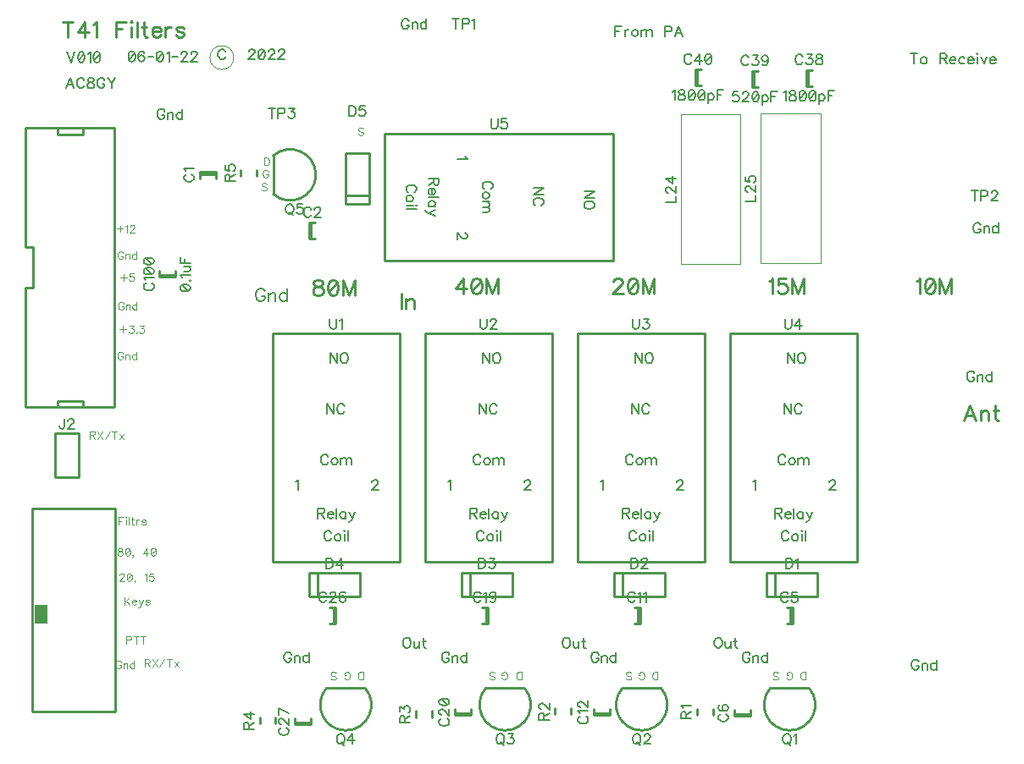
<source format=gbr>
G04 DipTrace 3.3.1.1*
G04 TopSilk.gbr*
%MOIN*%
G04 #@! TF.FileFunction,Legend,Top*
G04 #@! TF.Part,Single*
%ADD10C,0.009843*%
%ADD12C,0.003*%
%ADD19C,0.01*%
%ADD25C,0.001312*%
%ADD58C,0.006176*%
%ADD59C,0.009264*%
%ADD60C,0.00772*%
%ADD61C,0.004632*%
%FSLAX26Y26*%
G04*
G70*
G90*
G75*
G01*
G04 TopSilk*
%LPD*%
X1547621Y669135D2*
D10*
X1484692D1*
X1547621Y661686D2*
X1484692D1*
X1547621D2*
Y685245D1*
X1484692Y661686D2*
Y685245D1*
X2237424Y1121930D2*
Y1059001D1*
X2244873Y1121930D2*
Y1059001D1*
Y1121930D2*
X2221314D1*
X2244873Y1059001D2*
X2221314D1*
X2178953Y705867D2*
X2116024D1*
X2178953Y698419D2*
X2116024D1*
X2178953D2*
Y721978D1*
X2116024Y698419D2*
Y721978D1*
X2837094Y1121930D2*
Y1059001D1*
X2844543Y1121930D2*
Y1059001D1*
Y1121930D2*
X2820984D1*
X2844543Y1059001D2*
X2820984D1*
X2725673Y705867D2*
X2662744D1*
X2725673Y698419D2*
X2662744D1*
X2725673D2*
Y721978D1*
X2662744Y698419D2*
Y721978D1*
X1637753Y1121930D2*
Y1059001D1*
X1645202Y1121930D2*
Y1059001D1*
Y1121930D2*
X1621643D1*
X1645202Y1059001D2*
X1621643D1*
X3436765Y1121930D2*
Y1059001D1*
X3444214Y1121930D2*
Y1059001D1*
Y1121930D2*
X3420655D1*
X3444214Y1059001D2*
X3420655D1*
X3277415Y702807D2*
X3214486D1*
X3277415Y695358D2*
X3214486D1*
X3277415D2*
Y718917D1*
X3214486Y695358D2*
Y718917D1*
X1111748Y2830652D2*
X1174677D1*
X1111748Y2838101D2*
X1174677D1*
X1111748D2*
Y2814542D1*
X1174677Y2838101D2*
Y2814542D1*
X1550156Y2575198D2*
Y2638127D1*
X1542707Y2575198D2*
Y2638127D1*
Y2575198D2*
X1566266D1*
X1542707Y2638127D2*
X1566266D1*
X1777416Y2711848D2*
X1686865D1*
Y2912793D1*
X1777416Y2745232D2*
X1686865D1*
X1777416Y2912793D2*
X1686865D1*
X1777416Y2711848D2*
Y2912793D1*
X3505213Y3177017D2*
Y3239946D1*
X3497764Y3177017D2*
Y3239946D1*
Y3177017D2*
X3521323D1*
X3497764Y3239946D2*
X3521323D1*
X3291753Y3172836D2*
Y3235765D1*
X3284304Y3172836D2*
Y3235765D1*
Y3172836D2*
X3307864D1*
X3284304Y3235765D2*
X3307864D1*
X3068361Y3179108D2*
Y3242037D1*
X3060912Y3179108D2*
Y3242037D1*
Y3179108D2*
X3084471D1*
X3060912Y3242037D2*
X3084471D1*
X1542467Y1167677D2*
Y1258228D1*
X1743412D1*
X1575851Y1167677D2*
Y1258228D1*
X1743412Y1167677D2*
Y1258228D1*
X1542467Y1167677D2*
X1743412D1*
X2142138D2*
Y1258228D1*
X2343083D1*
X2175522Y1167677D2*
Y1258228D1*
X2343083Y1167677D2*
Y1258228D1*
X2142138Y1167677D2*
X2343083D1*
X2741808D2*
Y1258228D1*
X2942753D1*
X2775193Y1167677D2*
Y1258228D1*
X2942753Y1167677D2*
Y1258228D1*
X2741808Y1167677D2*
X2942753D1*
X3341479D2*
Y1258228D1*
X3542424D1*
X3374863Y1167677D2*
Y1258228D1*
X3542424Y1167677D2*
Y1258228D1*
X3341479Y1167677D2*
X3542424D1*
X1401150Y2902879D2*
G02X1401150Y2751638I66569J-75620D01*
G01*
Y2902879D1*
X2740450Y2990957D2*
X1840450D1*
Y2490957D1*
X2740450D1*
Y2990957D1*
X3003903Y3065430D2*
D25*
X3240123D1*
Y2476801D1*
X3003903D1*
Y3065430D1*
X3317949Y3067999D2*
X3554169D1*
Y2479369D1*
X3317949D1*
Y3067999D1*
X3509114Y805997D2*
D10*
G02X3357873Y805997I-75620J-66569D01*
G01*
X3509114D1*
X2926760D2*
G02X2775519Y805997I-75620J-66569D01*
G01*
X2926760D1*
X2389223D2*
G02X2237982Y805997I-75620J-66569D01*
G01*
X2389223D1*
X1762052D2*
G02X1610811Y805997I-75620J-66569D01*
G01*
X1762052D1*
X1397829Y2201942D2*
X1897829D1*
Y1301942D1*
X1397829D1*
Y2201942D1*
X1997829D2*
X2497829D1*
Y1301942D1*
X1997829D1*
Y2201942D1*
X2597829D2*
X3097829D1*
Y1301942D1*
X2597829D1*
Y2201942D1*
X3197829D2*
X3697829D1*
Y1301942D1*
X3197829D1*
Y2201942D1*
X1016785Y2432345D2*
X953856D1*
X1016785Y2424896D2*
X953856D1*
X1016785D2*
Y2448455D1*
X953856Y2424896D2*
Y2448455D1*
X541762Y1807966D2*
X636251D1*
Y1634738D1*
X541762D1*
Y1807966D1*
X3131899Y698543D2*
Y722102D1*
X3068970Y698543D2*
Y722102D1*
X2572608Y702248D2*
Y725807D1*
X2509678Y702248D2*
Y725807D1*
X2024428Y691135D2*
Y714694D1*
X1961499Y691135D2*
Y714694D1*
X1410472Y665837D2*
Y689396D1*
X1347543Y665837D2*
Y689396D1*
X1336467Y2824172D2*
Y2847731D1*
X1273538Y2824172D2*
Y2847731D1*
X551446Y2986572D2*
Y3011873D1*
X651546Y2986572D2*
X551446D1*
X651546D2*
Y3011873D1*
X551446Y1911873D2*
Y1937173D1*
X651546D2*
X551446D1*
X651546Y1911873D2*
Y1937173D1*
X776496Y1911873D2*
X426496D1*
X776496Y3011873D2*
X426496D1*
X776496Y1911873D2*
Y3011873D1*
X456596Y2542173D2*
X426496D1*
X456596Y2381572D2*
Y2542173D1*
Y2381572D2*
X426496D1*
Y1911873D2*
Y2381572D1*
Y2542173D2*
Y3011873D1*
X452020Y1511336D2*
D19*
X779724D1*
Y713205D1*
X452020D1*
Y1511336D1*
G36*
X460846Y1133399D2*
X510841D1*
Y1058406D1*
X460846D1*
Y1133399D1*
G37*
X1151837Y3289453D2*
D12*
G02X1151837Y3289453I46869J0D01*
G01*
X1431695Y648668D2*
D58*
X1427893Y646767D1*
X1424046Y642920D1*
X1422145Y639117D1*
Y631468D1*
X1424046Y627621D1*
X1427893Y623819D1*
X1431695Y621873D1*
X1437443Y619972D1*
X1447038D1*
X1452742Y621873D1*
X1456589Y623819D1*
X1460391Y627621D1*
X1462337Y631468D1*
Y639117D1*
X1460391Y642920D1*
X1456589Y646767D1*
X1452742Y648668D1*
X1431739Y662965D2*
X1429838D1*
X1425991Y664866D1*
X1424090Y666767D1*
X1422189Y670614D1*
Y678263D1*
X1424090Y682066D1*
X1425991Y683967D1*
X1429838Y685913D1*
X1433641D1*
X1437488Y683967D1*
X1443191Y680165D1*
X1462337Y661019D1*
Y687814D1*
Y707815D2*
X1422189Y726960D1*
Y700165D1*
X2217846Y1174927D2*
X2215944Y1178729D1*
X2212098Y1182576D1*
X2208295Y1184477D1*
X2200646D1*
X2196799Y1182576D1*
X2192996Y1178729D1*
X2191051Y1174927D1*
X2189150Y1169179D1*
Y1159584D1*
X2191051Y1153880D1*
X2192996Y1150033D1*
X2196799Y1146231D1*
X2200646Y1144285D1*
X2208295D1*
X2212098Y1146231D1*
X2215944Y1150033D1*
X2217846Y1153880D1*
X2230197Y1176784D2*
X2234044Y1178729D1*
X2239792Y1184433D1*
Y1144285D1*
X2277037Y1171080D2*
X2275091Y1165332D1*
X2271289Y1161485D1*
X2265541Y1159584D1*
X2263639D1*
X2257891Y1161485D1*
X2254089Y1165332D1*
X2252143Y1171080D1*
Y1172981D1*
X2254089Y1178729D1*
X2257891Y1182532D1*
X2263639Y1184433D1*
X2265541D1*
X2271289Y1182532D1*
X2275091Y1178729D1*
X2277037Y1171080D1*
Y1161485D1*
X2275091Y1151935D1*
X2271289Y1146187D1*
X2265541Y1144285D1*
X2261738D1*
X2255990Y1146187D1*
X2254089Y1150033D1*
X2063027Y685400D2*
X2059225Y683499D1*
X2055378Y679652D1*
X2053477Y675850D1*
Y668200D1*
X2055378Y664354D1*
X2059225Y660551D1*
X2063027Y658606D1*
X2068775Y656704D1*
X2078370D1*
X2084074Y658606D1*
X2087921Y660551D1*
X2091723Y664354D1*
X2093669Y668200D1*
Y675850D1*
X2091723Y679652D1*
X2087921Y683499D1*
X2084074Y685400D1*
X2063072Y699697D2*
X2061170D1*
X2057323Y701598D1*
X2055422Y703500D1*
X2053521Y707346D1*
Y714996D1*
X2055422Y718798D1*
X2057323Y720699D1*
X2061170Y722645D1*
X2064973D1*
X2068820Y720699D1*
X2074523Y716897D1*
X2093669Y697751D1*
Y724546D1*
X2053521Y748394D2*
X2055422Y742646D1*
X2061170Y738799D1*
X2070721Y736898D1*
X2076469D1*
X2086019Y738799D1*
X2091767Y742646D1*
X2093669Y748394D1*
Y752196D1*
X2091767Y757944D1*
X2086019Y761747D1*
X2076469Y763692D1*
X2070721D1*
X2061170Y761747D1*
X2055422Y757944D1*
X2053521Y752196D1*
Y748394D1*
X2061170Y761747D2*
X2086019Y738799D1*
X2825166Y1174927D2*
X2823264Y1178729D1*
X2819418Y1182576D1*
X2815615Y1184477D1*
X2807966D1*
X2804119Y1182576D1*
X2800316Y1178729D1*
X2798371Y1174927D1*
X2796470Y1169179D1*
Y1159584D1*
X2798371Y1153880D1*
X2800316Y1150033D1*
X2804119Y1146231D1*
X2807966Y1144285D1*
X2815615D1*
X2819418Y1146231D1*
X2823264Y1150033D1*
X2825166Y1153880D1*
X2837517Y1176784D2*
X2841364Y1178729D1*
X2847112Y1184433D1*
Y1144285D1*
X2859463Y1176784D2*
X2863310Y1178729D1*
X2869058Y1184433D1*
Y1144285D1*
X2609748Y694000D2*
X2605945Y692099D1*
X2602098Y688252D1*
X2600197Y684450D1*
Y676800D1*
X2602098Y672953D1*
X2605945Y669151D1*
X2609748Y667205D1*
X2615496Y665304D1*
X2625091D1*
X2630794Y667205D1*
X2634641Y669151D1*
X2638444Y672953D1*
X2640389Y676800D1*
Y684449D1*
X2638444Y688252D1*
X2634641Y692099D1*
X2630794Y694000D1*
X2607891Y706351D2*
X2605945Y710198D1*
X2600241Y715946D1*
X2640389D1*
X2609792Y730243D2*
X2607891D1*
X2604044Y732144D1*
X2602143Y734046D1*
X2600241Y737892D1*
Y745542D1*
X2602143Y749344D1*
X2604044Y751246D1*
X2607891Y753191D1*
X2611693D1*
X2615540Y751246D1*
X2621244Y747443D1*
X2640389Y728298D1*
Y755092D1*
X1609597Y1174927D2*
X1607696Y1178729D1*
X1603849Y1182576D1*
X1600047Y1184477D1*
X1592397D1*
X1588551Y1182576D1*
X1584748Y1178729D1*
X1582803Y1174927D1*
X1580901Y1169179D1*
Y1159584D1*
X1582803Y1153880D1*
X1584748Y1150033D1*
X1588551Y1146231D1*
X1592397Y1144285D1*
X1600047D1*
X1603849Y1146231D1*
X1607696Y1150033D1*
X1609597Y1153880D1*
X1623894Y1174883D2*
Y1176784D1*
X1625795Y1180631D1*
X1627697Y1182532D1*
X1631543Y1184433D1*
X1639193D1*
X1642995Y1182532D1*
X1644897Y1180631D1*
X1646842Y1176784D1*
Y1172981D1*
X1644897Y1169135D1*
X1641094Y1163431D1*
X1621949Y1144285D1*
X1648743D1*
X1684043Y1178729D2*
X1682141Y1182532D1*
X1676393Y1184433D1*
X1672591D1*
X1666843Y1182532D1*
X1662996Y1176784D1*
X1661095Y1167233D1*
Y1157683D1*
X1662996Y1150033D1*
X1666843Y1146187D1*
X1672591Y1144285D1*
X1674492D1*
X1680196Y1146187D1*
X1684043Y1150033D1*
X1685944Y1155781D1*
Y1157683D1*
X1684043Y1163431D1*
X1680196Y1167233D1*
X1674492Y1169135D1*
X1672591D1*
X1666843Y1167233D1*
X1662996Y1163431D1*
X1661095Y1157683D1*
X3427209Y1174927D2*
X3425308Y1178729D1*
X3421461Y1182576D1*
X3417659Y1184477D1*
X3410009D1*
X3406163Y1182576D1*
X3402360Y1178729D1*
X3400415Y1174927D1*
X3398513Y1169179D1*
Y1159584D1*
X3400415Y1153880D1*
X3402360Y1150033D1*
X3406163Y1146231D1*
X3410009Y1144285D1*
X3417659D1*
X3421461Y1146231D1*
X3425308Y1150033D1*
X3427209Y1153880D1*
X3462509Y1184433D2*
X3443407D1*
X3441506Y1167233D1*
X3443407Y1169135D1*
X3449156Y1171080D1*
X3454859D1*
X3460607Y1169135D1*
X3464454Y1165332D1*
X3466355Y1159584D1*
Y1155781D1*
X3464454Y1150033D1*
X3460607Y1146187D1*
X3454859Y1144285D1*
X3449156D1*
X3443407Y1146187D1*
X3441506Y1148132D1*
X3439561Y1151935D1*
X3161489Y702886D2*
X3157687Y700984D1*
X3153840Y697138D1*
X3151939Y693335D1*
Y685686D1*
X3153840Y681839D1*
X3157687Y678036D1*
X3161489Y676091D1*
X3167237Y674190D1*
X3176832D1*
X3182536Y676091D1*
X3186383Y678036D1*
X3190185Y681839D1*
X3192131Y685686D1*
Y693335D1*
X3190185Y697137D1*
X3186383Y700984D1*
X3182536Y702886D1*
X3157687Y738185D2*
X3153884Y736284D1*
X3151983Y730536D1*
Y726733D1*
X3153884Y720985D1*
X3159632Y717138D1*
X3169183Y715237D1*
X3178733D1*
X3186383Y717138D1*
X3190229Y720985D1*
X3192131Y726733D1*
Y728634D1*
X3190229Y734338D1*
X3186383Y738185D1*
X3180635Y740086D1*
X3178733D1*
X3172985Y738185D1*
X3169183Y734338D1*
X3167281Y728634D1*
Y726733D1*
X3169183Y720985D1*
X3172985Y717138D1*
X3178733Y715237D1*
X1058752Y2829696D2*
X1054949Y2827795D1*
X1051102Y2823948D1*
X1049201Y2820146D1*
Y2812497D1*
X1051102Y2808650D1*
X1054949Y2804847D1*
X1058752Y2802902D1*
X1064500Y2801001D1*
X1074094D1*
X1079798Y2802902D1*
X1083645Y2804847D1*
X1087448Y2808650D1*
X1089393Y2812497D1*
Y2820146D1*
X1087448Y2823948D1*
X1083645Y2827795D1*
X1079798Y2829696D1*
X1056895Y2842048D2*
X1054949Y2845895D1*
X1049245Y2851643D1*
X1089393D1*
X1549262Y2691124D2*
X1547361Y2694926D1*
X1543514Y2698773D1*
X1539711Y2700674D1*
X1532062D1*
X1528215Y2698773D1*
X1524413Y2694926D1*
X1522467Y2691124D1*
X1520566Y2685376D1*
Y2675781D1*
X1522467Y2670077D1*
X1524413Y2666230D1*
X1528215Y2662428D1*
X1532062Y2660482D1*
X1539711D1*
X1543514Y2662428D1*
X1547361Y2666230D1*
X1549262Y2670077D1*
X1563559Y2691079D2*
Y2692981D1*
X1565460Y2696828D1*
X1567361Y2698729D1*
X1571208Y2700630D1*
X1578857D1*
X1582660Y2698729D1*
X1584561Y2696828D1*
X1586507Y2692981D1*
Y2689178D1*
X1584561Y2685331D1*
X1580759Y2679628D1*
X1561613Y2660482D1*
X1588408D1*
X1699170Y3099245D2*
Y3059053D1*
X1712567D1*
X1718315Y3060999D1*
X1722162Y3064801D1*
X1724063Y3068648D1*
X1725965Y3074352D1*
Y3083947D1*
X1724063Y3089695D1*
X1722162Y3093497D1*
X1718315Y3097344D1*
X1712567Y3099245D1*
X1699170D1*
X1761264Y3099201D2*
X1742163D1*
X1740262Y3082001D1*
X1742163Y3083902D1*
X1747911Y3085848D1*
X1753615D1*
X1759363Y3083902D1*
X1763210Y3080100D1*
X1765111Y3074352D1*
Y3070549D1*
X1763210Y3064801D1*
X1759363Y3060954D1*
X1753615Y3059053D1*
X1747911D1*
X1742163Y3060954D1*
X1740262Y3062900D1*
X1738316Y3066702D1*
X3484767Y3292943D2*
X3482866Y3296745D1*
X3479019Y3300592D1*
X3475217Y3302493D1*
X3467567D1*
X3463721Y3300592D1*
X3459918Y3296745D1*
X3457973Y3292943D1*
X3456071Y3287195D1*
Y3277600D1*
X3457973Y3271896D1*
X3459918Y3268049D1*
X3463721Y3264247D1*
X3467567Y3262301D1*
X3475217D1*
X3479019Y3264247D1*
X3482866Y3268049D1*
X3484767Y3271896D1*
X3500965Y3302449D2*
X3521968D1*
X3510516Y3287150D1*
X3516264D1*
X3520067Y3285249D1*
X3521968Y3283348D1*
X3523913Y3277600D1*
Y3273797D1*
X3521968Y3268049D1*
X3518165Y3264202D1*
X3512417Y3262301D1*
X3506669D1*
X3500965Y3264202D1*
X3499064Y3266148D1*
X3497119Y3269950D1*
X3545815Y3302449D2*
X3540112Y3300548D1*
X3538166Y3296745D1*
Y3292898D1*
X3540112Y3289096D1*
X3543914Y3287150D1*
X3551563Y3285249D1*
X3557311Y3283348D1*
X3561114Y3279501D1*
X3563015Y3275698D1*
Y3269950D1*
X3561114Y3266148D1*
X3559213Y3264202D1*
X3553465Y3262301D1*
X3545815D1*
X3540112Y3264202D1*
X3538166Y3266148D1*
X3536265Y3269950D1*
Y3275698D1*
X3538166Y3279501D1*
X3542013Y3283348D1*
X3547717Y3285249D1*
X3555366Y3287150D1*
X3559213Y3289096D1*
X3561114Y3292898D1*
Y3296745D1*
X3559213Y3300548D1*
X3553465Y3302449D1*
X3545815D1*
X3409755Y3151788D2*
X3413602Y3153734D1*
X3419350Y3159437D1*
Y3119290D1*
X3441252Y3159437D2*
X3435548Y3157536D1*
X3433602Y3153734D1*
Y3149887D1*
X3435548Y3146084D1*
X3439350Y3144139D1*
X3447000Y3142238D1*
X3452748Y3140336D1*
X3456550Y3136489D1*
X3458451Y3132687D1*
Y3126939D1*
X3456550Y3123136D1*
X3454649Y3121191D1*
X3448901Y3119290D1*
X3441252D1*
X3435548Y3121191D1*
X3433602Y3123136D1*
X3431701Y3126939D1*
Y3132687D1*
X3433602Y3136489D1*
X3437449Y3140336D1*
X3443153Y3142238D1*
X3450802Y3144139D1*
X3454649Y3146084D1*
X3456550Y3149887D1*
Y3153734D1*
X3454649Y3157536D1*
X3448901Y3159437D1*
X3441252D1*
X3482299D2*
X3476551Y3157536D1*
X3472704Y3151788D1*
X3470803Y3142238D1*
Y3136489D1*
X3472704Y3126939D1*
X3476551Y3121191D1*
X3482299Y3119290D1*
X3486101D1*
X3491849Y3121191D1*
X3495652Y3126939D1*
X3497597Y3136489D1*
Y3142238D1*
X3495652Y3151788D1*
X3491849Y3157536D1*
X3486101Y3159437D1*
X3482299D1*
X3495652Y3151788D2*
X3472704Y3126939D1*
X3521445Y3159437D2*
X3515697Y3157536D1*
X3511850Y3151788D1*
X3509949Y3142238D1*
Y3136489D1*
X3511850Y3126939D1*
X3515697Y3121191D1*
X3521445Y3119290D1*
X3525247D1*
X3530996Y3121191D1*
X3534798Y3126939D1*
X3536744Y3136489D1*
Y3142238D1*
X3534798Y3151788D1*
X3530996Y3157536D1*
X3525247Y3159437D1*
X3521445D1*
X3534798Y3151788D2*
X3511850Y3126939D1*
X3549095Y3146084D2*
Y3105892D1*
Y3140336D2*
X3552942Y3144139D1*
X3556744Y3146084D1*
X3562492D1*
X3566339Y3144139D1*
X3570142Y3140336D1*
X3572087Y3134588D1*
Y3130741D1*
X3570142Y3125038D1*
X3566339Y3121191D1*
X3562492Y3119290D1*
X3556744D1*
X3552942Y3121191D1*
X3549095Y3125038D1*
X3609332Y3159482D2*
X3584438D1*
Y3119290D1*
Y3140336D2*
X3599737D1*
X3272237Y3288761D2*
X3270335Y3292564D1*
X3266488Y3296411D1*
X3262686Y3298312D1*
X3255037D1*
X3251190Y3296411D1*
X3247387Y3292564D1*
X3245442Y3288761D1*
X3243541Y3283013D1*
Y3273419D1*
X3245442Y3267715D1*
X3247387Y3263868D1*
X3251190Y3260066D1*
X3255037Y3258120D1*
X3262686D1*
X3266488Y3260066D1*
X3270335Y3263868D1*
X3272237Y3267715D1*
X3288435Y3298268D2*
X3309437D1*
X3297985Y3282969D1*
X3303733D1*
X3307536Y3281068D1*
X3309437Y3279167D1*
X3311383Y3273419D1*
Y3269616D1*
X3309437Y3263868D1*
X3305635Y3260021D1*
X3299887Y3258120D1*
X3294139D1*
X3288435Y3260021D1*
X3286533Y3261967D1*
X3284588Y3265769D1*
X3348627Y3284915D2*
X3346682Y3279167D1*
X3342879Y3275320D1*
X3337131Y3273419D1*
X3335230D1*
X3329482Y3275320D1*
X3325679Y3279167D1*
X3323734Y3284915D1*
Y3286816D1*
X3325679Y3292564D1*
X3329482Y3296367D1*
X3335230Y3298268D1*
X3337131D1*
X3342879Y3296367D1*
X3346682Y3292564D1*
X3348627Y3284915D1*
Y3275320D1*
X3346682Y3265769D1*
X3342879Y3260021D1*
X3337131Y3258120D1*
X3333329D1*
X3327581Y3260021D1*
X3325679Y3263868D1*
X3230194Y3155256D2*
X3211093D1*
X3209192Y3138056D1*
X3211093Y3139958D1*
X3216841Y3141903D1*
X3222545D1*
X3228293Y3139958D1*
X3232140Y3136155D1*
X3234041Y3130407D1*
Y3126605D1*
X3232140Y3120857D1*
X3228293Y3117010D1*
X3222545Y3115108D1*
X3216841D1*
X3211093Y3117010D1*
X3209192Y3118955D1*
X3207246Y3122758D1*
X3248338Y3145706D2*
Y3147607D1*
X3250239Y3151454D1*
X3252141Y3153355D1*
X3255987Y3155256D1*
X3263637D1*
X3267439Y3153355D1*
X3269340Y3151454D1*
X3271286Y3147607D1*
Y3143804D1*
X3269340Y3139958D1*
X3265538Y3134254D1*
X3246392Y3115108D1*
X3273187D1*
X3297035Y3155256D2*
X3291287Y3153355D1*
X3287440Y3147607D1*
X3285539Y3138056D1*
Y3132308D1*
X3287440Y3122758D1*
X3291287Y3117010D1*
X3297035Y3115108D1*
X3300837D1*
X3306585Y3117010D1*
X3310388Y3122758D1*
X3312333Y3132308D1*
Y3138056D1*
X3310388Y3147607D1*
X3306585Y3153355D1*
X3300837Y3155256D1*
X3297035D1*
X3310388Y3147607D2*
X3287440Y3122758D1*
X3324685Y3141903D2*
Y3101711D1*
Y3136155D2*
X3328531Y3139958D1*
X3332334Y3141903D1*
X3338082D1*
X3341929Y3139958D1*
X3345731Y3136155D1*
X3347677Y3130407D1*
Y3126560D1*
X3345731Y3120857D1*
X3341929Y3117010D1*
X3338082Y3115108D1*
X3332334D1*
X3328531Y3117010D1*
X3324685Y3120857D1*
X3384922Y3155301D2*
X3360028D1*
Y3115108D1*
Y3136155D2*
X3375327D1*
X3046943Y3295033D2*
X3045042Y3298836D1*
X3041195Y3302682D1*
X3037392Y3304584D1*
X3029743D1*
X3025896Y3302682D1*
X3022094Y3298836D1*
X3020148Y3295033D1*
X3018247Y3289285D1*
Y3279690D1*
X3020148Y3273986D1*
X3022094Y3270140D1*
X3025896Y3266337D1*
X3029743Y3264392D1*
X3037392D1*
X3041195Y3266337D1*
X3045042Y3270140D1*
X3046943Y3273986D1*
X3078440Y3264392D2*
Y3304539D1*
X3059294Y3277789D1*
X3087990D1*
X3111838Y3304539D2*
X3106090Y3302638D1*
X3102243Y3296890D1*
X3100342Y3287340D1*
Y3281592D1*
X3102243Y3272041D1*
X3106090Y3266293D1*
X3111838Y3264392D1*
X3115640D1*
X3121388Y3266293D1*
X3125191Y3272041D1*
X3127136Y3281592D1*
Y3287340D1*
X3125191Y3296890D1*
X3121388Y3302638D1*
X3115640Y3304539D1*
X3111838D1*
X3125191Y3296890D2*
X3102243Y3272041D1*
X2972903Y3153879D2*
X2976750Y3155824D1*
X2982498Y3161528D1*
Y3121380D1*
X3004400Y3161528D2*
X2998696Y3159627D1*
X2996751Y3155824D1*
Y3151977D1*
X2998696Y3148175D1*
X3002499Y3146229D1*
X3010148Y3144328D1*
X3015896Y3142427D1*
X3019698Y3138580D1*
X3021600Y3134777D1*
Y3129029D1*
X3019698Y3125227D1*
X3017797Y3123281D1*
X3012049Y3121380D1*
X3004400D1*
X2998696Y3123281D1*
X2996751Y3125227D1*
X2994849Y3129029D1*
Y3134777D1*
X2996751Y3138580D1*
X3000597Y3142427D1*
X3006301Y3144328D1*
X3013950Y3146229D1*
X3017797Y3148175D1*
X3019698Y3151977D1*
Y3155824D1*
X3017797Y3159627D1*
X3012049Y3161528D1*
X3004400D1*
X3045447D2*
X3039699Y3159627D1*
X3035852Y3153879D1*
X3033951Y3144328D1*
Y3138580D1*
X3035852Y3129029D1*
X3039699Y3123281D1*
X3045447Y3121380D1*
X3049250D1*
X3054998Y3123281D1*
X3058800Y3129029D1*
X3060746Y3138580D1*
Y3144328D1*
X3058800Y3153879D1*
X3054998Y3159627D1*
X3049250Y3161528D1*
X3045447D1*
X3058800Y3153879D2*
X3035852Y3129029D1*
X3084593Y3161528D2*
X3078845Y3159627D1*
X3074998Y3153879D1*
X3073097Y3144328D1*
Y3138580D1*
X3074998Y3129029D1*
X3078845Y3123281D1*
X3084593Y3121380D1*
X3088396D1*
X3094144Y3123281D1*
X3097946Y3129029D1*
X3099892Y3138580D1*
Y3144328D1*
X3097946Y3153879D1*
X3094144Y3159627D1*
X3088396Y3161528D1*
X3084593D1*
X3097946Y3153879D2*
X3074998Y3129029D1*
X3112243Y3148175D2*
Y3107983D1*
Y3142427D2*
X3116090Y3146229D1*
X3119893Y3148175D1*
X3125641D1*
X3129487Y3146229D1*
X3133290Y3142427D1*
X3135235Y3136679D1*
Y3132832D1*
X3133290Y3127128D1*
X3129487Y3123281D1*
X3125641Y3121380D1*
X3119893D1*
X3116090Y3123281D1*
X3112243Y3127128D1*
X3172480Y3161572D2*
X3147587D1*
Y3121380D1*
Y3142427D2*
X3162885D1*
X1609019Y1316807D2*
Y1276615D1*
X1622416D1*
X1628164Y1278560D1*
X1632011Y1282363D1*
X1633912Y1286210D1*
X1635813Y1291913D1*
Y1301508D1*
X1633912Y1307256D1*
X1632011Y1311059D1*
X1628164Y1314906D1*
X1622416Y1316807D1*
X1609019D1*
X1667310Y1276615D2*
Y1316763D1*
X1648165Y1290012D1*
X1676861D1*
X2209640Y1316807D2*
Y1276615D1*
X2223037D1*
X2228785Y1278560D1*
X2232632Y1282363D1*
X2234533Y1286210D1*
X2236435Y1291913D1*
Y1301508D1*
X2234533Y1307256D1*
X2232632Y1311059D1*
X2228785Y1314906D1*
X2223037Y1316807D1*
X2209640D1*
X2252633Y1316763D2*
X2273635D1*
X2262183Y1301464D1*
X2267931D1*
X2271734Y1299563D1*
X2273635Y1297661D1*
X2275581Y1291913D1*
Y1288111D1*
X2273635Y1282363D1*
X2269833Y1278516D1*
X2264085Y1276615D1*
X2258337D1*
X2252633Y1278516D1*
X2250731Y1280462D1*
X2248786Y1284264D1*
X2809310Y1316807D2*
Y1276615D1*
X2822708D1*
X2828456Y1278560D1*
X2832303Y1282363D1*
X2834204Y1286210D1*
X2836105Y1291913D1*
Y1301508D1*
X2834204Y1307256D1*
X2832303Y1311059D1*
X2828456Y1314906D1*
X2822708Y1316807D1*
X2809310D1*
X2850402Y1307212D2*
Y1309113D1*
X2852303Y1312960D1*
X2854205Y1314861D1*
X2858051Y1316763D1*
X2865701D1*
X2869503Y1314861D1*
X2871404Y1312960D1*
X2873350Y1309113D1*
Y1305311D1*
X2871404Y1301464D1*
X2867602Y1295760D1*
X2848457Y1276615D1*
X2875251D1*
X3417581Y1316807D2*
Y1276615D1*
X3430978D1*
X3436726Y1278560D1*
X3440573Y1282363D1*
X3442474Y1286210D1*
X3444376Y1291913D1*
Y1301508D1*
X3442474Y1307256D1*
X3440573Y1311059D1*
X3436726Y1314906D1*
X3430978Y1316807D1*
X3417581D1*
X3456727Y1309113D2*
X3460574Y1311059D1*
X3466322Y1316763D1*
Y1276615D1*
X1461411Y2712945D2*
X1457608Y2711088D1*
X1453761Y2707241D1*
X1451860Y2703394D1*
X1449915Y2697646D1*
Y2688095D1*
X1451860Y2682347D1*
X1453761Y2678545D1*
X1457608Y2674698D1*
X1461411Y2672797D1*
X1469060D1*
X1472907Y2674698D1*
X1476709Y2678545D1*
X1478611Y2682347D1*
X1480556Y2688095D1*
Y2697646D1*
X1478611Y2703394D1*
X1476709Y2707241D1*
X1472907Y2711088D1*
X1469060Y2712945D1*
X1461411D1*
X1467159Y2680446D2*
X1478611Y2668950D1*
X1515855Y2712900D2*
X1496754D1*
X1494853Y2695701D1*
X1496754Y2697602D1*
X1502502Y2699547D1*
X1508206D1*
X1513954Y2697602D1*
X1517801Y2693799D1*
X1519702Y2688051D1*
Y2684249D1*
X1517801Y2678501D1*
X1513954Y2674654D1*
X1508206Y2672753D1*
X1502502D1*
X1496754Y2674654D1*
X1494853Y2676599D1*
X1492907Y2680402D1*
X2257480Y3049535D2*
Y3020839D1*
X2259381Y3015091D1*
X2263228Y3011289D1*
X2268976Y3009343D1*
X2272778D1*
X2278526Y3011289D1*
X2282373Y3015091D1*
X2284274Y3020839D1*
Y3049535D1*
X2319574Y3049491D2*
X2300473D1*
X2298571Y3032291D1*
X2300473Y3034192D1*
X2306221Y3036138D1*
X2311924D1*
X2317672Y3034192D1*
X2321519Y3030390D1*
X2323420Y3024642D1*
Y3020839D1*
X2321519Y3015091D1*
X2317672Y3011244D1*
X2311924Y3009343D1*
X2306221D1*
X2300473Y3011244D1*
X2298571Y3013190D1*
X2296626Y3016992D1*
X2945324Y2719545D2*
X2985516D1*
Y2742493D1*
X2954919Y2756790D2*
X2953018D1*
X2949171Y2758691D1*
X2947270Y2760592D1*
X2945369Y2764439D1*
Y2772088D1*
X2947270Y2775891D1*
X2949171Y2777792D1*
X2953018Y2779738D1*
X2956821D1*
X2960667Y2777792D1*
X2966371Y2773990D1*
X2985516Y2754844D1*
Y2781639D1*
Y2813136D2*
X2945369D1*
X2972119Y2793990D1*
Y2822686D1*
X3259370Y2723064D2*
X3299562D1*
Y2746012D1*
X3268965Y2760309D2*
X3267064D1*
X3263217Y2762210D1*
X3261316Y2764111D1*
X3259415Y2767958D1*
Y2775607D1*
X3261316Y2779410D1*
X3263217Y2781311D1*
X3267064Y2783256D1*
X3270866D1*
X3274713Y2781311D1*
X3280417Y2777508D1*
X3299562Y2758363D1*
Y2785158D1*
X3259415Y2820457D2*
Y2801356D1*
X3276615Y2799455D1*
X3274713Y2801356D1*
X3272768Y2807104D1*
Y2812808D1*
X3274713Y2818556D1*
X3278516Y2822402D1*
X3284264Y2824304D1*
X3288066D1*
X3293814Y2822402D1*
X3297661Y2818556D1*
X3299562Y2812808D1*
Y2807104D1*
X3297661Y2801356D1*
X3295716Y2799455D1*
X3291913Y2797509D1*
X3418696Y625113D2*
X3414893Y623256D1*
X3411046Y619410D1*
X3409145Y615563D1*
X3407200Y609815D1*
Y600264D1*
X3409145Y594516D1*
X3411046Y590714D1*
X3414893Y586867D1*
X3418696Y584966D1*
X3426345D1*
X3430192Y586867D1*
X3433994Y590714D1*
X3435896Y594516D1*
X3437841Y600264D1*
Y609815D1*
X3435896Y615563D1*
X3433994Y619410D1*
X3430192Y623256D1*
X3426345Y625113D1*
X3418696D1*
X3424444Y592615D2*
X3435896Y581119D1*
X3450192Y617420D2*
X3454039Y619365D1*
X3459787Y625069D1*
Y584921D1*
X2827741Y625113D2*
X2823939Y623256D1*
X2820092Y619410D1*
X2818191Y615563D1*
X2816245Y609815D1*
Y600264D1*
X2818191Y594516D1*
X2820092Y590714D1*
X2823939Y586867D1*
X2827741Y584966D1*
X2835391D1*
X2839237Y586867D1*
X2843040Y590714D1*
X2844941Y594516D1*
X2846887Y600264D1*
Y609815D1*
X2844941Y615563D1*
X2843040Y619410D1*
X2839237Y623256D1*
X2835391Y625113D1*
X2827741D1*
X2833489Y592615D2*
X2844941Y581119D1*
X2861184Y615519D2*
Y617420D1*
X2863085Y621267D1*
X2864986Y623168D1*
X2868833Y625069D1*
X2876482D1*
X2880285Y623168D1*
X2882186Y621267D1*
X2884132Y617420D1*
Y613617D1*
X2882186Y609771D1*
X2878384Y604067D1*
X2859238Y584921D1*
X2886033D1*
X2290205Y625113D2*
X2286402Y623256D1*
X2282555Y619410D1*
X2280654Y615563D1*
X2278709Y609815D1*
Y600264D1*
X2280654Y594516D1*
X2282555Y590714D1*
X2286402Y586867D1*
X2290205Y584966D1*
X2297854D1*
X2301701Y586867D1*
X2305503Y590714D1*
X2307405Y594516D1*
X2309350Y600264D1*
Y609815D1*
X2307405Y615563D1*
X2305503Y619410D1*
X2301701Y623256D1*
X2297854Y625113D1*
X2290205D1*
X2295953Y592615D2*
X2307405Y581119D1*
X2325548Y625069D2*
X2346551D1*
X2335099Y609771D1*
X2340847D1*
X2344649Y607869D1*
X2346551Y605968D1*
X2348496Y600220D1*
Y596418D1*
X2346551Y590670D1*
X2342748Y586823D1*
X2337000Y584921D1*
X2331252D1*
X2325548Y586823D1*
X2323647Y588768D1*
X2321701Y592571D1*
X1662083Y625113D2*
X1658281Y623256D1*
X1654434Y619410D1*
X1652533Y615563D1*
X1650587Y609815D1*
Y600264D1*
X1652533Y594516D1*
X1654434Y590714D1*
X1658281Y586867D1*
X1662083Y584966D1*
X1669733D1*
X1673580Y586867D1*
X1677382Y590714D1*
X1679283Y594516D1*
X1681229Y600264D1*
Y609815D1*
X1679283Y615563D1*
X1677382Y619410D1*
X1673580Y623256D1*
X1669733Y625113D1*
X1662083D1*
X1667831Y592615D2*
X1679283Y581119D1*
X1712726Y584921D2*
Y625069D1*
X1693580Y598319D1*
X1722276D1*
X1623459Y2260521D2*
Y2231825D1*
X1625360Y2226077D1*
X1629207Y2222274D1*
X1634955Y2220329D1*
X1638758D1*
X1644506Y2222274D1*
X1648352Y2226077D1*
X1650254Y2231825D1*
Y2260521D1*
X1662605Y2252827D2*
X1666452Y2254773D1*
X1672200Y2260477D1*
Y2220329D1*
X2214859Y2260521D2*
Y2231825D1*
X2216760Y2226077D1*
X2220607Y2222274D1*
X2226355Y2220329D1*
X2230158D1*
X2235906Y2222274D1*
X2239752Y2226077D1*
X2241654Y2231825D1*
Y2260521D1*
X2255951Y2250926D2*
Y2252827D1*
X2257852Y2256674D1*
X2259753Y2258575D1*
X2263600Y2260477D1*
X2271249D1*
X2275052Y2258575D1*
X2276953Y2256674D1*
X2278898Y2252827D1*
Y2249025D1*
X2276953Y2245178D1*
X2273150Y2239474D1*
X2254005Y2220329D1*
X2280800D1*
X2814859Y2260521D2*
Y2231825D1*
X2816760Y2226077D1*
X2820607Y2222274D1*
X2826355Y2220329D1*
X2830158D1*
X2835906Y2222274D1*
X2839752Y2226077D1*
X2841654Y2231825D1*
Y2260521D1*
X2857852Y2260477D2*
X2878854D1*
X2867402Y2245178D1*
X2873150D1*
X2876953Y2243277D1*
X2878854Y2241375D1*
X2880800Y2235627D1*
Y2231825D1*
X2878854Y2226077D1*
X2875052Y2222230D1*
X2869304Y2220329D1*
X2863556D1*
X2857852Y2222230D1*
X2855951Y2224175D1*
X2854005Y2227978D1*
X3413908Y2260521D2*
Y2231825D1*
X3415810Y2226077D1*
X3419656Y2222274D1*
X3425404Y2220329D1*
X3429207D1*
X3434955Y2222274D1*
X3438802Y2226077D1*
X3440703Y2231825D1*
Y2260521D1*
X3472200Y2220329D2*
Y2260477D1*
X3453054Y2233726D1*
X3481750D1*
X900859Y2400905D2*
X897057Y2399003D1*
X893210Y2395157D1*
X891309Y2391354D1*
Y2383705D1*
X893210Y2379858D1*
X897057Y2376056D1*
X900859Y2374110D1*
X906607Y2372209D1*
X916202D1*
X921906Y2374110D1*
X925753Y2376056D1*
X929555Y2379858D1*
X931501Y2383705D1*
Y2391354D1*
X929555Y2395157D1*
X925753Y2399003D1*
X921906Y2400905D1*
X899002Y2413256D2*
X897057Y2417103D1*
X891353Y2422851D1*
X931501D1*
X891353Y2446698D2*
X893254Y2440950D1*
X899002Y2437104D1*
X908553Y2435202D1*
X914301D1*
X923851Y2437104D1*
X929599Y2440950D1*
X931501Y2446698D1*
Y2450501D1*
X929599Y2456249D1*
X923851Y2460051D1*
X914301Y2461997D1*
X908553D1*
X899002Y2460051D1*
X893254Y2456249D1*
X891353Y2450501D1*
Y2446698D1*
X899002Y2460051D2*
X923851Y2437104D1*
X891353Y2485844D2*
X893254Y2480096D1*
X899002Y2476250D1*
X908553Y2474348D1*
X914301D1*
X923851Y2476250D1*
X929599Y2480096D1*
X931501Y2485844D1*
Y2489647D1*
X929599Y2495395D1*
X923851Y2499198D1*
X914301Y2501143D1*
X908553D1*
X899002Y2499198D1*
X893254Y2495395D1*
X891353Y2489647D1*
Y2485844D1*
X899002Y2499198D2*
X923851Y2476250D1*
X1034364Y2380381D2*
X1036266Y2374633D1*
X1042014Y2370786D1*
X1051564Y2368885D1*
X1057312D1*
X1066863Y2370786D1*
X1072611Y2374633D1*
X1074512Y2380381D1*
Y2384184D1*
X1072611Y2389932D1*
X1066863Y2393734D1*
X1057312Y2395680D1*
X1051564D1*
X1042014Y2393734D1*
X1036266Y2389932D1*
X1034364Y2384184D1*
Y2380381D1*
X1042014Y2393734D2*
X1066863Y2370786D1*
X1070666Y2409932D2*
X1072611Y2408031D1*
X1074512Y2409932D1*
X1072611Y2411878D1*
X1070666Y2409932D1*
X1042014Y2424229D2*
X1040068Y2428076D1*
X1034365Y2433824D1*
X1074512D1*
X1047718Y2446175D2*
X1066863D1*
X1072567Y2448077D1*
X1074512Y2451923D1*
Y2457671D1*
X1072567Y2461474D1*
X1066863Y2467222D1*
X1047718D2*
X1074512D1*
X1034320Y2504467D2*
Y2479573D1*
X1074512D1*
X1053466D2*
Y2494872D1*
X579006Y1866544D2*
Y1835947D1*
X577105Y1830199D1*
X575159Y1828298D1*
X571357Y1826352D1*
X567510D1*
X563708Y1828298D1*
X561806Y1830199D1*
X559861Y1835947D1*
Y1839750D1*
X593303Y1856950D2*
Y1858851D1*
X595204Y1862698D1*
X597106Y1864599D1*
X600952Y1866500D1*
X608602D1*
X612404Y1864599D1*
X614306Y1862698D1*
X616251Y1858851D1*
Y1855048D1*
X614306Y1851202D1*
X610503Y1845498D1*
X591358Y1826352D1*
X618152D1*
X3025568Y685953D2*
Y703152D1*
X3023623Y708900D1*
X3021722Y710846D1*
X3017919Y712747D1*
X3014072D1*
X3010270Y710846D1*
X3008324Y708900D1*
X3006423Y703152D1*
Y685953D1*
X3046615D1*
X3025568Y699350D2*
X3046615Y712747D1*
X3014116Y725099D2*
X3012171Y728945D1*
X3006467Y734693D1*
X3046615D1*
X2466277Y681057D2*
Y698257D1*
X2464331Y704005D1*
X2462430Y705951D1*
X2458628Y707852D1*
X2454781D1*
X2450978Y705951D1*
X2449033Y704005D1*
X2447132Y698257D1*
Y681057D1*
X2487324D1*
X2466277Y694455D2*
X2487324Y707852D1*
X2456726Y722149D2*
X2454825D1*
X2450978Y724050D1*
X2449077Y725951D1*
X2447176Y729798D1*
Y737447D1*
X2449077Y741250D1*
X2450978Y743151D1*
X2454825Y745097D1*
X2458628D1*
X2462474Y743151D1*
X2468178Y739349D1*
X2487324Y720203D1*
Y746998D1*
X1918097Y669944D2*
Y687144D1*
X1916152Y692892D1*
X1914250Y694838D1*
X1910448Y696739D1*
X1906601D1*
X1902799Y694838D1*
X1900853Y692892D1*
X1898952Y687144D1*
Y669944D1*
X1939144D1*
X1918097Y683342D2*
X1939144Y696739D1*
X1898996Y712937D2*
Y733940D1*
X1914295Y722488D1*
Y728236D1*
X1916196Y732038D1*
X1918097Y733940D1*
X1923845Y735885D1*
X1927648D1*
X1933396Y733940D1*
X1937242Y730137D1*
X1939144Y724389D1*
Y718641D1*
X1937243Y712937D1*
X1935297Y711036D1*
X1931494Y709090D1*
X1304142Y643696D2*
Y660896D1*
X1302196Y666644D1*
X1300295Y668589D1*
X1296492Y670491D1*
X1292646D1*
X1288843Y668589D1*
X1286898Y666644D1*
X1284996Y660896D1*
Y643696D1*
X1325188D1*
X1304142Y657093D2*
X1325188Y670490D1*
Y701987D2*
X1285041D1*
X1311791Y682842D1*
Y711538D1*
X1230136Y2802981D2*
X1230137Y2820181D1*
X1228191Y2825929D1*
X1226290Y2827875D1*
X1222487Y2829776D1*
X1218640D1*
X1214838Y2827875D1*
X1212892Y2825929D1*
X1210991Y2820181D1*
Y2802981D1*
X1251183D1*
X1230137Y2816379D2*
X1251183Y2829776D1*
X1211035Y2865075D2*
Y2845974D1*
X1228235Y2844073D1*
X1226334Y2845974D1*
X1224388Y2851722D1*
Y2857426D1*
X1226334Y2863174D1*
X1230137Y2867021D1*
X1235885Y2868922D1*
X1239687D1*
X1245435Y2867021D1*
X1249282Y2863174D1*
X1251183Y2857426D1*
Y2851722D1*
X1249282Y2845974D1*
X1247336Y2844073D1*
X1243534Y2842127D1*
X1905074Y2360012D2*
D59*
Y2299724D1*
X1923601Y2339916D2*
Y2299724D1*
Y2328442D2*
X1932223Y2337064D1*
X1937993Y2339916D1*
X1946549D1*
X1952319Y2337064D1*
X1955171Y2328442D1*
Y2299724D1*
X1922660Y1004102D2*
D58*
X1918813Y1002201D1*
X1915011Y998354D1*
X1913065Y994552D1*
X1911164Y988804D1*
Y979209D1*
X1913065Y973505D1*
X1915011Y969658D1*
X1918813Y965856D1*
X1922660Y963910D1*
X1930309D1*
X1934112Y965856D1*
X1937959Y969658D1*
X1939860Y973505D1*
X1941761Y979209D1*
Y988804D1*
X1939860Y994552D1*
X1937959Y998354D1*
X1934112Y1002201D1*
X1930309Y1004102D1*
X1922660D1*
X1954113Y990705D2*
Y971560D1*
X1956014Y965856D1*
X1959861Y963910D1*
X1965609D1*
X1969411Y965856D1*
X1975159Y971560D1*
Y990705D2*
Y963910D1*
X1993259Y1004102D2*
Y971560D1*
X1995160Y965856D1*
X1999007Y963910D1*
X2002809D1*
X1987511Y990705D2*
X2000908D1*
X1571645Y2413594D2*
D59*
X1563090Y2410742D1*
X1560171Y2405038D1*
Y2399268D1*
X1563090Y2393564D1*
X1568793Y2390646D1*
X1580267Y2387794D1*
X1588889Y2384942D1*
X1594593Y2379172D1*
X1597445Y2373468D1*
Y2364846D1*
X1594593Y2359142D1*
X1591741Y2356224D1*
X1583119Y2353372D1*
X1571645D1*
X1563090Y2356224D1*
X1560171Y2359142D1*
X1557319Y2364846D1*
Y2373468D1*
X1560171Y2379172D1*
X1565941Y2384942D1*
X1574497Y2387794D1*
X1585971Y2390646D1*
X1591741Y2393564D1*
X1594593Y2399268D1*
Y2405038D1*
X1591741Y2410742D1*
X1583119Y2413594D1*
X1571645D1*
X1633216D2*
X1624594Y2410742D1*
X1618824Y2402120D1*
X1615972Y2387794D1*
Y2379172D1*
X1618824Y2364846D1*
X1624594Y2356224D1*
X1633216Y2353372D1*
X1638920D1*
X1647542Y2356224D1*
X1653246Y2364846D1*
X1656164Y2379172D1*
Y2387794D1*
X1653246Y2402120D1*
X1647542Y2410742D1*
X1638920Y2413594D1*
X1633216D1*
X1653246Y2402120D2*
X1618824Y2364846D1*
X1720587Y2353372D2*
Y2413660D1*
X1697639Y2353372D1*
X1674691Y2413660D1*
Y2353372D1*
X2147624Y2359337D2*
Y2419558D1*
X2118906Y2379433D1*
X2161950D1*
X2197721Y2419558D2*
X2189099Y2416706D1*
X2183329Y2408084D1*
X2180477Y2393758D1*
Y2385136D1*
X2183329Y2370811D1*
X2189099Y2362189D1*
X2197721Y2359337D1*
X2203425D1*
X2212047Y2362189D1*
X2217751Y2370811D1*
X2220669Y2385136D1*
Y2393758D1*
X2217751Y2408084D1*
X2212047Y2416706D1*
X2203425Y2419558D1*
X2197721D1*
X2217751Y2408084D2*
X2183329Y2370811D1*
X2285092Y2359337D2*
Y2419625D1*
X2262144Y2359337D1*
X2239196Y2419625D1*
Y2359337D1*
X2740057Y2405232D2*
Y2408084D1*
X2742908Y2413854D1*
X2745760Y2416706D1*
X2751531Y2419558D1*
X2763004D1*
X2768708Y2416706D1*
X2771560Y2413854D1*
X2774478Y2408084D1*
Y2402381D1*
X2771560Y2396610D1*
X2765856Y2388055D1*
X2737138Y2359337D1*
X2777330D1*
X2813102Y2419558D2*
X2804479Y2416706D1*
X2798709Y2408084D1*
X2795857Y2393758D1*
Y2385136D1*
X2798709Y2370811D1*
X2804479Y2362189D1*
X2813102Y2359337D1*
X2818805D1*
X2827427Y2362189D1*
X2833131Y2370811D1*
X2836049Y2385136D1*
Y2393758D1*
X2833131Y2408084D1*
X2827427Y2416706D1*
X2818805Y2419558D1*
X2813102D1*
X2833131Y2408084D2*
X2798709Y2370811D1*
X2900472Y2359337D2*
Y2419625D1*
X2877524Y2359337D1*
X2854577Y2419625D1*
Y2359337D1*
X3351570Y2408084D2*
X3357340Y2411003D1*
X3365962Y2419558D1*
Y2359337D1*
X3418911Y2419558D2*
X3390260D1*
X3387408Y2393758D1*
X3390260Y2396610D1*
X3398882Y2399529D1*
X3407437D1*
X3416059Y2396610D1*
X3421829Y2390907D1*
X3424681Y2382285D1*
Y2376581D1*
X3421829Y2367959D1*
X3416059Y2362189D1*
X3407437Y2359337D1*
X3398882D1*
X3390260Y2362189D1*
X3387408Y2365107D1*
X3384489Y2370811D1*
X3489104Y2359337D2*
Y2419625D1*
X3466156Y2359337D1*
X3443208Y2419625D1*
Y2359337D1*
X3931600Y2408084D2*
X3937370Y2411003D1*
X3945992Y2419558D1*
Y2359337D1*
X3981764Y2419558D2*
X3973142Y2416706D1*
X3967371Y2408084D1*
X3964520Y2393758D1*
Y2385136D1*
X3967371Y2370811D1*
X3973142Y2362189D1*
X3981764Y2359337D1*
X3987467D1*
X3996090Y2362189D1*
X4001793Y2370811D1*
X4004712Y2385136D1*
Y2393758D1*
X4001793Y2408084D1*
X3996090Y2416706D1*
X3987467Y2419558D1*
X3981764D1*
X4001793Y2408084D2*
X3967371Y2370811D1*
X4069134Y2359337D2*
Y2419625D1*
X4046187Y2359337D1*
X4023239Y2419625D1*
Y2359337D1*
X1368083Y2368380D2*
D60*
X1365706Y2373133D1*
X1360898Y2377942D1*
X1356145Y2380318D1*
X1346583D1*
X1341774Y2377942D1*
X1337021Y2373133D1*
X1334589Y2368380D1*
X1332213Y2361195D1*
Y2349201D1*
X1334589Y2342072D1*
X1337021Y2337263D1*
X1341774Y2332510D1*
X1346583Y2330078D1*
X1356145D1*
X1360898Y2332510D1*
X1365706Y2337263D1*
X1368083Y2342072D1*
Y2349201D1*
X1356145D1*
X1383522Y2363572D2*
Y2330078D1*
Y2354010D2*
X1390707Y2361195D1*
X1395515Y2363572D1*
X1402645D1*
X1407454Y2361195D1*
X1409830Y2354010D1*
Y2330078D1*
X1453954Y2380318D2*
Y2330078D1*
Y2356387D2*
X1449201Y2361195D1*
X1444393Y2363572D1*
X1437208D1*
X1432455Y2361195D1*
X1427646Y2356387D1*
X1425270Y2349201D1*
Y2344448D1*
X1427646Y2337263D1*
X1432455Y2332510D1*
X1437208Y2330078D1*
X1444393D1*
X1449201Y2332510D1*
X1453954Y2337263D1*
X1472290Y937880D2*
D58*
X1470389Y941682D1*
X1466542Y945529D1*
X1462740Y947430D1*
X1455090D1*
X1451244Y945529D1*
X1447441Y941682D1*
X1445496Y937880D1*
X1443594Y932132D1*
Y922537D1*
X1445496Y916833D1*
X1447441Y912986D1*
X1451244Y909184D1*
X1455090Y907238D1*
X1462740D1*
X1466542Y909184D1*
X1470389Y912986D1*
X1472290Y916833D1*
Y922537D1*
X1462740D1*
X1484642Y934033D2*
Y907238D1*
Y926384D2*
X1490390Y932132D1*
X1494237Y934033D1*
X1499940D1*
X1503787Y932132D1*
X1505688Y926384D1*
Y907238D1*
X1540988Y947430D2*
Y907238D1*
Y928285D2*
X1537185Y932132D1*
X1533338Y934033D1*
X1527590D1*
X1523788Y932132D1*
X1519941Y928285D1*
X1518040Y922537D1*
Y918734D1*
X1519941Y912986D1*
X1523788Y909184D1*
X1527590Y907238D1*
X1533338D1*
X1537185Y909184D1*
X1540988Y912986D1*
X2093296Y937880D2*
X2091394Y941682D1*
X2087548Y945529D1*
X2083745Y947430D1*
X2076096D1*
X2072249Y945529D1*
X2068446Y941682D1*
X2066501Y937880D1*
X2064600Y932132D1*
Y922537D1*
X2066501Y916833D1*
X2068446Y912986D1*
X2072249Y909184D1*
X2076096Y907238D1*
X2083745D1*
X2087548Y909184D1*
X2091394Y912986D1*
X2093296Y916833D1*
Y922537D1*
X2083745D1*
X2105647Y934033D2*
Y907238D1*
Y926384D2*
X2111395Y932132D1*
X2115242Y934033D1*
X2120946D1*
X2124792Y932132D1*
X2126694Y926384D1*
Y907238D1*
X2161993Y947430D2*
Y907238D1*
Y928285D2*
X2158190Y932132D1*
X2154344Y934033D1*
X2148596D1*
X2144793Y932132D1*
X2140946Y928285D1*
X2139045Y922537D1*
Y918734D1*
X2140946Y912986D1*
X2144793Y909184D1*
X2148596Y907238D1*
X2154344D1*
X2158190Y909184D1*
X2161993Y912986D1*
X2377310Y838824D2*
D61*
Y868968D1*
X2367262D1*
X2362951Y867508D1*
X2360066Y864657D1*
X2358640Y861771D1*
X2357214Y857494D1*
Y850298D1*
X2358640Y845986D1*
X2360066Y843135D1*
X2362951Y840250D1*
X2367262Y838824D1*
X2377310D1*
X2300397Y845986D2*
X2301823Y843135D1*
X2304708Y840250D1*
X2307560Y838824D1*
X2313297D1*
X2316182Y840249D1*
X2319034Y843135D1*
X2320493Y845986D1*
X2321919Y850297D1*
Y857494D1*
X2320493Y861771D1*
X2319034Y864657D1*
X2316182Y867508D1*
X2313297Y868968D1*
X2307560D1*
X2304708Y867508D1*
X2301823Y864657D1*
X2300397Y861771D1*
Y857494D1*
X2307560D1*
X1754033Y838824D2*
Y868968D1*
X1743985D1*
X1739674Y867508D1*
X1736789Y864657D1*
X1735363Y861771D1*
X1733937Y857494D1*
Y850298D1*
X1735363Y845986D1*
X1736789Y843135D1*
X1739674Y840250D1*
X1743985Y838824D1*
X1754033D1*
X1681015Y845986D2*
X1682441Y843135D1*
X1685326Y840250D1*
X1688178Y838824D1*
X1693915D1*
X1696800Y840249D1*
X1699652Y843135D1*
X1701111Y845986D1*
X1702537Y850297D1*
Y857494D1*
X1701111Y861771D1*
X1699652Y864657D1*
X1696800Y867508D1*
X1693915Y868968D1*
X1688178D1*
X1685326Y867508D1*
X1682441Y864657D1*
X1681015Y861771D1*
Y857494D1*
X1688178D1*
X1627462Y843135D2*
X1630314Y840250D1*
X1634625Y838824D1*
X1640362D1*
X1644673Y840249D1*
X1647558Y843135D1*
Y845986D1*
X1646099Y848872D1*
X1644673Y850297D1*
X1641821Y851723D1*
X1633199Y854609D1*
X1630314Y856035D1*
X1628888Y857494D1*
X1627462Y860346D1*
Y864657D1*
X1630314Y867508D1*
X1634625Y868968D1*
X1640362D1*
X1644673Y867508D1*
X1647558Y864656D1*
X2252036Y843135D2*
X2254887Y840250D1*
X2259198Y838824D1*
X2264935D1*
X2269246Y840249D1*
X2272131Y843135D1*
Y845986D1*
X2270672Y848872D1*
X2269246Y850297D1*
X2266395Y851723D1*
X2257772Y854609D1*
X2254887Y856035D1*
X2253461Y857494D1*
X2252036Y860346D1*
Y864657D1*
X2254887Y867508D1*
X2259198Y868968D1*
X2264935D1*
X2269246Y867508D1*
X2272131Y864656D1*
X2680907Y937880D2*
D58*
X2679006Y941682D1*
X2675159Y945529D1*
X2671357Y947430D1*
X2663707D1*
X2659861Y945529D1*
X2656058Y941682D1*
X2654112Y937880D1*
X2652211Y932132D1*
Y922537D1*
X2654112Y916833D1*
X2656058Y912986D1*
X2659861Y909184D1*
X2663707Y907238D1*
X2671357D1*
X2675159Y909184D1*
X2679006Y912986D1*
X2680907Y916833D1*
Y922537D1*
X2671357D1*
X2693259Y934033D2*
Y907238D1*
Y926384D2*
X2699007Y932132D1*
X2702853Y934033D1*
X2708557D1*
X2712404Y932132D1*
X2714305Y926384D1*
Y907238D1*
X2749604Y947430D2*
Y907238D1*
Y928285D2*
X2745802Y932132D1*
X2741955Y934033D1*
X2736207D1*
X2732405Y932132D1*
X2728558Y928285D1*
X2726657Y922537D1*
Y918734D1*
X2728558Y912986D1*
X2732405Y909184D1*
X2736207Y907238D1*
X2741955D1*
X2745802Y909184D1*
X2749604Y912986D1*
X2913677Y838824D2*
D61*
Y868968D1*
X2903629D1*
X2899318Y867508D1*
X2896433Y864657D1*
X2895007Y861771D1*
X2893581Y857494D1*
Y850298D1*
X2895007Y845986D1*
X2896433Y843135D1*
X2899318Y840250D1*
X2903629Y838824D1*
X2913677D1*
X2840010Y845986D2*
X2841436Y843135D1*
X2844321Y840250D1*
X2847173Y838824D1*
X2852910D1*
X2855795Y840249D1*
X2858647Y843135D1*
X2860106Y845986D1*
X2861532Y850297D1*
Y857494D1*
X2860106Y861771D1*
X2858647Y864657D1*
X2855795Y867508D1*
X2852910Y868968D1*
X2847173D1*
X2844321Y867508D1*
X2841436Y864657D1*
X2840010Y861771D1*
Y857494D1*
X2847173D1*
X2790222Y843135D2*
X2793074Y840250D1*
X2797385Y838824D1*
X2803122D1*
X2807433Y840249D1*
X2810318Y843135D1*
Y845986D1*
X2808859Y848872D1*
X2807433Y850297D1*
X2804581Y851723D1*
X2795959Y854609D1*
X2793074Y856035D1*
X2791648Y857494D1*
X2790222Y860346D1*
Y864657D1*
X2793074Y867508D1*
X2797385Y868968D1*
X2803122D1*
X2807433Y867508D1*
X2810318Y864656D1*
X3276868Y937880D2*
D58*
X3274967Y941682D1*
X3271120Y945529D1*
X3267317Y947430D1*
X3259668D1*
X3255821Y945529D1*
X3252019Y941682D1*
X3250073Y937880D1*
X3248172Y932132D1*
Y922537D1*
X3250073Y916833D1*
X3252019Y912986D1*
X3255821Y909184D1*
X3259668Y907238D1*
X3267317D1*
X3271120Y909184D1*
X3274967Y912986D1*
X3276868Y916833D1*
Y922537D1*
X3267317D1*
X3289219Y934033D2*
Y907238D1*
Y926384D2*
X3294967Y932132D1*
X3298814Y934033D1*
X3304518D1*
X3308365Y932132D1*
X3310266Y926384D1*
Y907238D1*
X3345565Y947430D2*
Y907238D1*
Y928285D2*
X3341763Y932132D1*
X3337916Y934033D1*
X3332168D1*
X3328365Y932132D1*
X3324518Y928285D1*
X3322617Y922537D1*
Y918734D1*
X3324518Y912986D1*
X3328365Y909184D1*
X3332168Y907238D1*
X3337916D1*
X3341763Y909184D1*
X3345565Y912986D1*
X3495677Y838824D2*
D61*
Y868968D1*
X3485629D1*
X3481318Y867508D1*
X3478433Y864657D1*
X3477007Y861771D1*
X3475581Y857494D1*
Y850298D1*
X3477007Y845986D1*
X3478433Y843135D1*
X3481318Y840250D1*
X3485629Y838824D1*
X3495677D1*
X3420928Y845986D2*
X3422354Y843135D1*
X3425239Y840250D1*
X3428091Y838824D1*
X3433828D1*
X3436713Y840249D1*
X3439565Y843135D1*
X3441024Y845986D1*
X3442450Y850297D1*
Y857494D1*
X3441024Y861771D1*
X3439565Y864657D1*
X3436713Y867508D1*
X3433828Y868968D1*
X3428091D1*
X3425240Y867508D1*
X3422354Y864657D1*
X3420929Y861771D1*
X3420928Y857494D1*
X3428091D1*
X3367210Y843135D2*
X3370062Y840250D1*
X3374373Y838824D1*
X3380110D1*
X3384421Y840249D1*
X3387306Y843135D1*
Y845986D1*
X3385847Y848872D1*
X3384421Y850297D1*
X3381569Y851723D1*
X3372947Y854609D1*
X3370062Y856035D1*
X3368636Y857494D1*
X3367210Y860346D1*
Y864657D1*
X3370062Y867508D1*
X3374373Y868968D1*
X3380110D1*
X3384421Y867508D1*
X3387306Y864656D1*
X812113Y2319739D2*
X810687Y2322591D1*
X807802Y2325476D1*
X804951Y2326902D1*
X799214D1*
X796328Y2325476D1*
X793477Y2322591D1*
X792017Y2319739D1*
X790591Y2315428D1*
Y2308232D1*
X792017Y2303954D1*
X793477Y2301069D1*
X796328Y2298217D1*
X799214Y2296758D1*
X804951D1*
X807802Y2298217D1*
X810687Y2301069D1*
X812113Y2303954D1*
Y2308232D1*
X804951D1*
X821377Y2316854D2*
Y2296758D1*
Y2311117D2*
X825688Y2315428D1*
X828573Y2316854D1*
X832851D1*
X835736Y2315428D1*
X837162Y2311117D1*
Y2296758D1*
X863636Y2326902D2*
Y2296758D1*
Y2312543D2*
X860785Y2315428D1*
X857899Y2316854D1*
X853588D1*
X850737Y2315428D1*
X847851Y2312543D1*
X846426Y2308232D1*
Y2305380D1*
X847851Y2301069D1*
X850737Y2298217D1*
X853588Y2296758D1*
X857899D1*
X860785Y2298217D1*
X863636Y2301069D1*
X811157Y2437126D2*
Y2411293D1*
X798257Y2424193D2*
X824090D1*
X850564Y2439265D2*
X836238D1*
X834812Y2426365D1*
X836238Y2427791D1*
X840549Y2429251D1*
X844827D1*
X849138Y2427791D1*
X852023Y2424940D1*
X853449Y2420628D1*
Y2417777D1*
X852023Y2413466D1*
X849138Y2410580D1*
X844827Y2409155D1*
X840549D1*
X836238Y2410580D1*
X834812Y2412040D1*
X833353Y2414892D1*
X797453Y2627767D2*
Y2601934D1*
X784553Y2614834D2*
X810386D1*
X819650Y2624169D2*
X822535Y2625628D1*
X826846Y2629906D1*
Y2599795D1*
X837569Y2622743D2*
Y2624169D1*
X838995Y2627054D1*
X840421Y2628480D1*
X843306Y2629906D1*
X849043D1*
X851895Y2628480D1*
X853321Y2627054D1*
X854780Y2624169D1*
Y2621317D1*
X853321Y2618432D1*
X850469Y2614154D1*
X836110Y2599795D1*
X856206D1*
X809617Y2123710D2*
X808191Y2126562D1*
X805306Y2129447D1*
X802454Y2130873D1*
X796717D1*
X793832Y2129447D1*
X790980Y2126562D1*
X789521Y2123710D1*
X788095Y2119399D1*
Y2112203D1*
X789521Y2107925D1*
X790980Y2105040D1*
X793832Y2102188D1*
X796717Y2100729D1*
X802454D1*
X805306Y2102188D1*
X808191Y2105040D1*
X809617Y2107925D1*
Y2112203D1*
X802454D1*
X818881Y2120825D2*
Y2100729D1*
Y2115088D2*
X823192Y2119399D1*
X826077Y2120825D1*
X830355D1*
X833240Y2119399D1*
X834666Y2115088D1*
Y2100729D1*
X861140Y2130873D2*
Y2100729D1*
Y2116514D2*
X858288Y2119399D1*
X855403Y2120825D1*
X851092D1*
X848240Y2119399D1*
X845355Y2116514D1*
X843929Y2112203D1*
Y2109351D1*
X845355Y2105040D1*
X848240Y2102188D1*
X851092Y2100729D1*
X855403D1*
X858288Y2102188D1*
X861140Y2105040D1*
X809763Y2231796D2*
Y2205963D1*
X796863Y2218863D2*
X822696D1*
X834845Y2233935D2*
X850597D1*
X842008Y2222461D1*
X846319D1*
X849171Y2221035D1*
X850597Y2219609D1*
X852056Y2215298D1*
Y2212446D1*
X850597Y2208135D1*
X847745Y2205250D1*
X843434Y2203824D1*
X839123D1*
X834845Y2205250D1*
X833419Y2206709D1*
X831960Y2209561D1*
X862745Y2206709D2*
X861319Y2205250D1*
X862745Y2203824D1*
X864204Y2205250D1*
X862745Y2206709D1*
X876353Y2233935D2*
X892105D1*
X883516Y2222461D1*
X887827D1*
X890679Y2221035D1*
X892105Y2219609D1*
X893564Y2215298D1*
Y2212446D1*
X892105Y2208135D1*
X889253Y2205250D1*
X884942Y2203824D1*
X880631D1*
X876353Y2205250D1*
X874927Y2206709D1*
X873468Y2209561D1*
X810300Y2518533D2*
X808874Y2521385D1*
X805989Y2524270D1*
X803137Y2525696D1*
X797400D1*
X794515Y2524270D1*
X791663Y2521385D1*
X790204Y2518533D1*
X788778Y2514222D1*
Y2507026D1*
X790204Y2502748D1*
X791663Y2499863D1*
X794515Y2497011D1*
X797400Y2495552D1*
X803137D1*
X805989Y2497011D1*
X808874Y2499863D1*
X810300Y2502748D1*
Y2507026D1*
X803137D1*
X819563Y2515648D2*
Y2495552D1*
Y2509911D2*
X823874Y2514222D1*
X826759Y2515648D1*
X831037D1*
X833922Y2514222D1*
X835348Y2509911D1*
Y2495552D1*
X861823Y2525696D2*
Y2495552D1*
Y2511337D2*
X858971Y2514222D1*
X856086Y2515648D1*
X851775D1*
X848923Y2514222D1*
X846038Y2511337D1*
X844612Y2507026D1*
Y2504174D1*
X846038Y2499863D1*
X848923Y2497011D1*
X851775Y2495552D1*
X856086D1*
X858971Y2497011D1*
X861823Y2499863D1*
X3922657Y3304871D2*
D58*
Y3264679D1*
X3909260Y3304871D2*
X3936054D1*
X3957956Y3291474D2*
X3954154Y3289573D1*
X3950307Y3285726D1*
X3948406Y3279978D1*
Y3276175D1*
X3950307Y3270427D1*
X3954154Y3266625D1*
X3957956Y3264679D1*
X3963704D1*
X3967551Y3266625D1*
X3971354Y3270427D1*
X3973299Y3276175D1*
Y3279978D1*
X3971354Y3285726D1*
X3967551Y3289573D1*
X3963704Y3291474D1*
X3957956D1*
X4024531Y3285726D2*
X4041731D1*
X4047479Y3287671D1*
X4049425Y3289573D1*
X4051326Y3293375D1*
Y3297222D1*
X4049425Y3301025D1*
X4047479Y3302970D1*
X4041731Y3304871D1*
X4024531D1*
Y3264679D1*
X4037929Y3285726D2*
X4051326Y3264679D1*
X4063677Y3279978D2*
X4086625D1*
Y3283825D1*
X4084724Y3287671D1*
X4082823Y3289573D1*
X4078976Y3291474D1*
X4073228D1*
X4069425Y3289573D1*
X4065579Y3285726D1*
X4063677Y3279978D1*
Y3276175D1*
X4065579Y3270427D1*
X4069425Y3266625D1*
X4073228Y3264679D1*
X4078976D1*
X4082823Y3266625D1*
X4086625Y3270427D1*
X4121969Y3285726D2*
X4118122Y3289573D1*
X4114275Y3291474D1*
X4108572D1*
X4104725Y3289573D1*
X4100922Y3285726D1*
X4098977Y3279978D1*
Y3276175D1*
X4100922Y3270427D1*
X4104725Y3266625D1*
X4108572Y3264679D1*
X4114275D1*
X4118122Y3266625D1*
X4121969Y3270427D1*
X4134320Y3279978D2*
X4157268D1*
Y3283825D1*
X4155367Y3287671D1*
X4153466Y3289573D1*
X4149619Y3291474D1*
X4143871D1*
X4140068Y3289573D1*
X4136222Y3285726D1*
X4134320Y3279978D1*
Y3276175D1*
X4136222Y3270427D1*
X4140068Y3266625D1*
X4143871Y3264679D1*
X4149619D1*
X4153466Y3266625D1*
X4157268Y3270427D1*
X4169620Y3304871D2*
X4171521Y3302970D1*
X4173466Y3304871D1*
X4171521Y3306817D1*
X4169620Y3304871D1*
X4171521Y3291474D2*
Y3264679D1*
X4185818Y3291474D2*
X4197314Y3264679D1*
X4208766Y3291474D1*
X4221117Y3279978D2*
X4244065D1*
Y3283825D1*
X4242164Y3287671D1*
X4240262Y3289573D1*
X4236416Y3291474D1*
X4230668D1*
X4226865Y3289573D1*
X4223018Y3285726D1*
X4221117Y3279978D1*
Y3276175D1*
X4223018Y3270427D1*
X4226865Y3266625D1*
X4230668Y3264679D1*
X4236416D1*
X4240262Y3266625D1*
X4244065Y3270427D1*
X1934906Y3433188D2*
X1933005Y3436991D1*
X1929158Y3440838D1*
X1925355Y3442739D1*
X1917706D1*
X1913859Y3440838D1*
X1910057Y3436991D1*
X1908111Y3433188D1*
X1906210Y3427440D1*
Y3417845D1*
X1908111Y3412142D1*
X1910057Y3408295D1*
X1913859Y3404492D1*
X1917706Y3402547D1*
X1925355D1*
X1929158Y3404492D1*
X1933005Y3408295D1*
X1934906Y3412142D1*
Y3417845D1*
X1925355D1*
X1947257Y3429341D2*
Y3402547D1*
Y3421692D2*
X1953005Y3427440D1*
X1956852Y3429341D1*
X1962556D1*
X1966403Y3427440D1*
X1968304Y3421692D1*
Y3402547D1*
X2003603Y3442739D2*
Y3402547D1*
Y3423593D2*
X1999801Y3427440D1*
X1995954Y3429341D1*
X1990206D1*
X1986403Y3427440D1*
X1982557Y3423593D1*
X1980655Y3417845D1*
Y3414043D1*
X1982557Y3408295D1*
X1986403Y3404492D1*
X1990206Y3402547D1*
X1995954D1*
X1999801Y3404492D1*
X2003603Y3408295D1*
X1364396Y2896026D2*
D61*
Y2865882D1*
X1374444D1*
X1378755Y2867341D1*
X1381640Y2870193D1*
X1383066Y2873078D1*
X1384492Y2877356D1*
Y2884552D1*
X1383066Y2888863D1*
X1381640Y2891715D1*
X1378755Y2894600D1*
X1374444Y2896026D1*
X1364396D1*
X1381029Y2839532D2*
X1379603Y2842384D1*
X1376718Y2845269D1*
X1373867Y2846695D1*
X1368130D1*
X1365244Y2845269D1*
X1362393Y2842384D1*
X1360933Y2839532D1*
X1359507Y2835221D1*
Y2828025D1*
X1360933Y2823747D1*
X1362393Y2820862D1*
X1365244Y2818010D1*
X1368130Y2816551D1*
X1373867D1*
X1376718Y2818010D1*
X1379603Y2820862D1*
X1381029Y2823747D1*
Y2828025D1*
X1373867D1*
X1734358Y2988608D2*
X1737210Y2985723D1*
X1741521Y2984297D1*
X1747258D1*
X1751569Y2985723D1*
X1754454Y2988608D1*
Y2991460D1*
X1752995Y2994345D1*
X1751569Y2995771D1*
X1748717Y2997197D1*
X1740095Y3000082D1*
X1737210Y3001508D1*
X1735784Y3002967D1*
X1734358Y3005819D1*
Y3010130D1*
X1737210Y3012982D1*
X1741521Y3014441D1*
X1747258D1*
X1751569Y3012982D1*
X1754454Y3010130D1*
X4165629Y1858616D2*
D59*
X4142615Y1918904D1*
X4119667Y1858616D1*
X4128289Y1878712D2*
X4157007D1*
X4184156Y1898808D2*
Y1858616D1*
Y1887334D2*
X4192778Y1895956D1*
X4198549Y1898808D1*
X4207104D1*
X4212874Y1895956D1*
X4215726Y1887334D1*
Y1858616D1*
X4242876Y1918904D2*
Y1870090D1*
X4245727Y1861534D1*
X4251498Y1858616D1*
X4257201D1*
X4234254Y1898808D2*
X4254350D1*
X810674Y1478523D2*
D61*
X792004D1*
Y1448379D1*
Y1464164D2*
X803478D1*
X819937Y1478523D2*
X821363Y1477097D1*
X822822Y1478523D1*
X821363Y1479982D1*
X819937Y1478523D1*
X821363Y1468475D2*
Y1448379D1*
X832086Y1478523D2*
Y1448379D1*
X845660Y1478523D2*
Y1454116D1*
X847086Y1449838D1*
X849971Y1448379D1*
X852823D1*
X841349Y1468475D2*
X851397D1*
X862087D2*
Y1448379D1*
Y1459853D2*
X863546Y1464164D1*
X866398Y1467049D1*
X869283Y1468475D1*
X873594D1*
X898642Y1464164D2*
X897217Y1467049D1*
X892905Y1468475D1*
X888594D1*
X884283Y1467049D1*
X882857Y1464164D1*
X884283Y1461312D1*
X887169Y1459853D1*
X894331Y1458427D1*
X897217Y1457001D1*
X898642Y1454116D1*
Y1452690D1*
X897217Y1449838D1*
X892905Y1448379D1*
X888594D1*
X884283Y1449838D1*
X882857Y1452690D1*
X802060Y906355D2*
X800634Y909207D1*
X797749Y912092D1*
X794897Y913518D1*
X789160D1*
X786275Y912092D1*
X783423Y909207D1*
X781964Y906355D1*
X780538Y902044D1*
Y894848D1*
X781964Y890570D1*
X783423Y887685D1*
X786275Y884833D1*
X789160Y883374D1*
X794897D1*
X797749Y884833D1*
X800634Y887685D1*
X802060Y890570D1*
Y894848D1*
X794897D1*
X811323Y903470D2*
Y883374D1*
Y897733D2*
X815634Y902044D1*
X818519Y903470D1*
X822797D1*
X825682Y902044D1*
X827108Y897733D1*
Y883374D1*
X853583Y913518D2*
Y883374D1*
Y899159D2*
X850731Y902044D1*
X847846Y903470D1*
X843535D1*
X840683Y902044D1*
X837798Y899159D1*
X836372Y894848D1*
Y891996D1*
X837798Y887685D1*
X840683Y884833D1*
X843535Y883374D1*
X847846D1*
X850731Y884833D1*
X853583Y887685D1*
X814573Y1163796D2*
Y1133652D1*
X834669Y1163796D2*
X814573Y1143700D1*
X821736Y1150896D2*
X834669Y1133652D1*
X843933Y1145126D2*
X861144D1*
Y1148011D1*
X859718Y1150896D1*
X858292Y1152322D1*
X855407Y1153748D1*
X851096D1*
X848244Y1152322D1*
X845359Y1149437D1*
X843933Y1145126D1*
Y1142274D1*
X845359Y1137963D1*
X848244Y1135111D1*
X851096Y1133652D1*
X855407D1*
X858292Y1135111D1*
X861144Y1137963D1*
X871866Y1153748D2*
X880455Y1133652D1*
X877603Y1127915D1*
X874718Y1125030D1*
X871866Y1123604D1*
X870407D1*
X889077Y1153748D2*
X880455Y1133652D1*
X914126Y1149437D2*
X912700Y1152322D1*
X908389Y1153748D1*
X904078D1*
X899767Y1152322D1*
X898341Y1149437D1*
X899767Y1146585D1*
X902652Y1145126D1*
X909815Y1143700D1*
X912700Y1142274D1*
X914126Y1139389D1*
Y1137963D1*
X912700Y1135111D1*
X908389Y1133652D1*
X904078D1*
X899767Y1135111D1*
X898341Y1137963D1*
X821439Y995226D2*
X834372D1*
X838649Y996652D1*
X840109Y998111D1*
X841535Y1000963D1*
Y1005274D1*
X840109Y1008126D1*
X838649Y1009585D1*
X834372Y1011011D1*
X821439D1*
Y980867D1*
X860846Y1011011D2*
Y980867D1*
X850798Y1011011D2*
X870894D1*
X890206D2*
Y980867D1*
X880158Y1011011D2*
X900254D1*
X894925Y904427D2*
X907825D1*
X912136Y905886D1*
X913595Y907312D1*
X915021Y910164D1*
Y913049D1*
X913595Y915901D1*
X912136Y917360D1*
X907825Y918786D1*
X894925D1*
Y888642D1*
X904973Y904427D2*
X915021Y888642D1*
X924284Y918786D2*
X944380Y888642D1*
Y918786D2*
X924284Y888642D1*
X953644D2*
X973740Y918753D1*
X993051Y918786D2*
Y888642D1*
X983003Y918786D2*
X1003099D1*
X1012363Y908738D2*
X1028148Y888642D1*
Y908738D2*
X1012363Y888642D1*
X795277Y1356827D2*
X790999Y1355401D1*
X789540Y1352549D1*
Y1349664D1*
X790999Y1346812D1*
X793851Y1345353D1*
X799588Y1343927D1*
X803899Y1342501D1*
X806751Y1339616D1*
X808177Y1336764D1*
Y1332453D1*
X806751Y1329601D1*
X805325Y1328142D1*
X801014Y1326716D1*
X795277D1*
X790999Y1328142D1*
X789540Y1329601D1*
X788114Y1332453D1*
Y1336764D1*
X789540Y1339616D1*
X792425Y1342501D1*
X796703Y1343927D1*
X802440Y1345353D1*
X805325Y1346812D1*
X806751Y1349664D1*
Y1352549D1*
X805325Y1355401D1*
X801014Y1356827D1*
X795277D1*
X826062D2*
X821751Y1355401D1*
X818866Y1351090D1*
X817440Y1343927D1*
Y1339616D1*
X818866Y1332453D1*
X821751Y1328142D1*
X826062Y1326716D1*
X828914D1*
X833225Y1328142D1*
X836077Y1332453D1*
X837536Y1339616D1*
Y1343927D1*
X836077Y1351090D1*
X833225Y1355401D1*
X828914Y1356827D1*
X826062D1*
X836077Y1351090D2*
X818866Y1332453D1*
X849685Y1328142D2*
X848226Y1326716D1*
X846800Y1328142D1*
X848226Y1329601D1*
X849685Y1328142D1*
Y1325290D1*
X848226Y1322405D1*
X846800Y1320979D1*
X902468Y1326716D2*
Y1356827D1*
X888109Y1336764D1*
X909631D1*
X927516Y1356827D2*
X923205Y1355401D1*
X920320Y1351090D1*
X918894Y1343927D1*
Y1339616D1*
X920320Y1332453D1*
X923205Y1328142D1*
X927516Y1326716D1*
X930368D1*
X934679Y1328142D1*
X937531Y1332453D1*
X938990Y1339616D1*
Y1343927D1*
X937531Y1351090D1*
X934679Y1355401D1*
X930368Y1356827D1*
X927516D1*
X937531Y1351090D2*
X920320Y1332453D1*
X796619Y1250428D2*
Y1251854D1*
X798045Y1254739D1*
X799471Y1256165D1*
X802356Y1257591D1*
X808093D1*
X810945Y1256165D1*
X812371Y1254739D1*
X813830Y1251854D1*
Y1249002D1*
X812371Y1246117D1*
X809519Y1241839D1*
X795160Y1227480D1*
X815256D1*
X833141Y1257591D2*
X828830Y1256165D1*
X825945Y1251854D1*
X824519Y1244691D1*
Y1240380D1*
X825945Y1233217D1*
X828830Y1228906D1*
X833141Y1227480D1*
X835993D1*
X840304Y1228906D1*
X843156Y1233217D1*
X844615Y1240380D1*
Y1244691D1*
X843156Y1251854D1*
X840304Y1256165D1*
X835993Y1257591D1*
X833141D1*
X843156Y1251854D2*
X825945Y1233217D1*
X856764Y1228906D2*
X855305Y1227480D1*
X853879Y1228906D1*
X855305Y1230365D1*
X856764Y1228906D1*
Y1226054D1*
X855305Y1223169D1*
X853879Y1221743D1*
X895188Y1251854D2*
X898073Y1253313D1*
X902384Y1257591D1*
Y1227480D1*
X928859Y1257591D2*
X914533D1*
X913107Y1244691D1*
X914533Y1246117D1*
X918844Y1247576D1*
X923122D1*
X927433Y1246117D1*
X930318Y1243265D1*
X931744Y1238954D1*
Y1236102D1*
X930318Y1231791D1*
X927433Y1228906D1*
X923122Y1227480D1*
X918844D1*
X914533Y1228906D1*
X913107Y1230365D1*
X911648Y1233217D1*
X2118874Y3443433D2*
D58*
Y3403241D1*
X2105476Y3443433D2*
X2132271D1*
X2144622Y3422386D2*
X2161866D1*
X2167570Y3424288D1*
X2169516Y3426233D1*
X2171417Y3430036D1*
Y3435784D1*
X2169516Y3439586D1*
X2167570Y3441532D1*
X2161866Y3443433D1*
X2144622D1*
Y3403241D1*
X2183768Y3435740D2*
X2187615Y3437685D1*
X2193363Y3443389D1*
Y3403241D1*
X4185242Y2628956D2*
X4183341Y2632759D1*
X4179494Y2636605D1*
X4175691Y2638507D1*
X4168042D1*
X4164195Y2636605D1*
X4160393Y2632759D1*
X4158447Y2628956D1*
X4156546Y2623208D1*
Y2613613D1*
X4158447Y2607909D1*
X4160393Y2604063D1*
X4164195Y2600260D1*
X4168042Y2598315D1*
X4175691D1*
X4179494Y2600260D1*
X4183341Y2604063D1*
X4185242Y2607909D1*
Y2613613D1*
X4175691D1*
X4197593Y2625109D2*
Y2598315D1*
Y2617460D2*
X4203341Y2623208D1*
X4207188Y2625109D1*
X4212892D1*
X4216739Y2623208D1*
X4218640Y2617460D1*
Y2598315D1*
X4253939Y2638507D2*
Y2598315D1*
Y2619361D2*
X4250137Y2623208D1*
X4246290Y2625109D1*
X4240542D1*
X4236739Y2623208D1*
X4232893Y2619361D1*
X4230991Y2613613D1*
Y2609811D1*
X4232893Y2604063D1*
X4236739Y2600260D1*
X4240542Y2598315D1*
X4246290D1*
X4250137Y2600260D1*
X4253939Y2604063D1*
X4160470Y2045070D2*
X4158569Y2048873D1*
X4154722Y2052719D1*
X4150920Y2054621D1*
X4143270D1*
X4139424Y2052719D1*
X4135621Y2048873D1*
X4133675Y2045070D1*
X4131774Y2039322D1*
Y2029727D1*
X4133675Y2024023D1*
X4135621Y2020177D1*
X4139424Y2016374D1*
X4143270Y2014429D1*
X4150920D1*
X4154722Y2016374D1*
X4158569Y2020177D1*
X4160470Y2024023D1*
Y2029727D1*
X4150920D1*
X4172822Y2041223D2*
Y2014429D1*
Y2033574D2*
X4178570Y2039322D1*
X4182416Y2041223D1*
X4188120D1*
X4191967Y2039322D1*
X4193868Y2033574D1*
Y2014429D1*
X4229167Y2054621D2*
Y2014429D1*
Y2035475D2*
X4225365Y2039322D1*
X4221518Y2041223D1*
X4215770D1*
X4211968Y2039322D1*
X4208121Y2035475D1*
X4206220Y2029727D1*
Y2025925D1*
X4208121Y2020177D1*
X4211968Y2016374D1*
X4215770Y2014429D1*
X4221518D1*
X4225365Y2016374D1*
X4229167Y2020177D1*
X4160861Y2765010D2*
Y2724818D1*
X4147463Y2765010D2*
X4174258D1*
X4186609Y2743964D2*
X4203853D1*
X4209557Y2745865D1*
X4211503Y2747811D1*
X4213404Y2751613D1*
Y2757361D1*
X4211503Y2761164D1*
X4209557Y2763109D1*
X4203853Y2765010D1*
X4186609D1*
Y2724818D1*
X4227701Y2755416D2*
Y2757317D1*
X4229602Y2761164D1*
X4231503Y2763065D1*
X4235350Y2764966D1*
X4242999D1*
X4246802Y2763065D1*
X4248703Y2761164D1*
X4250649Y2757317D1*
Y2753514D1*
X4248703Y2749668D1*
X4244901Y2743964D1*
X4225755Y2724818D1*
X4252550D1*
X3941999Y908363D2*
X3940098Y912165D1*
X3936251Y916012D1*
X3932448Y917913D1*
X3924799D1*
X3920952Y916012D1*
X3917150Y912165D1*
X3915204Y908363D1*
X3913303Y902615D1*
Y893020D1*
X3915204Y887316D1*
X3917150Y883469D1*
X3920952Y879667D1*
X3924799Y877721D1*
X3932448D1*
X3936251Y879667D1*
X3940098Y883469D1*
X3941999Y887316D1*
Y893020D1*
X3932448D1*
X3954350Y904516D2*
Y877721D1*
Y896867D2*
X3960098Y902615D1*
X3963945Y904516D1*
X3969649D1*
X3973496Y902615D1*
X3975397Y896867D1*
Y877721D1*
X4010696Y917913D2*
Y877721D1*
Y898768D2*
X4006894Y902615D1*
X4003047Y904516D1*
X3997299D1*
X3993496Y902615D1*
X3989650Y898768D1*
X3987748Y893020D1*
Y889217D1*
X3989650Y883469D1*
X3993496Y879667D1*
X3997299Y877721D1*
X4003047D1*
X4006894Y879667D1*
X4010696Y883469D1*
X2771677Y3412974D2*
X2746783D1*
Y3372782D1*
Y3393828D2*
X2762082D1*
X2784028Y3399576D2*
Y3372782D1*
Y3388080D2*
X2785974Y3393828D1*
X2789776Y3397675D1*
X2793623Y3399576D1*
X2799371D1*
X2821273D2*
X2817470Y3397675D1*
X2813624Y3393828D1*
X2811722Y3388080D1*
Y3384278D1*
X2813624Y3378530D1*
X2817470Y3374727D1*
X2821273Y3372782D1*
X2827021D1*
X2830868Y3374727D1*
X2834670Y3378530D1*
X2836616Y3384278D1*
Y3388080D1*
X2834670Y3393828D1*
X2830868Y3397675D1*
X2827021Y3399576D1*
X2821273D1*
X2848967D2*
Y3372782D1*
Y3391927D2*
X2854715Y3397675D1*
X2858562Y3399576D1*
X2864266D1*
X2868113Y3397675D1*
X2870014Y3391927D1*
Y3372782D1*
Y3391927D2*
X2875762Y3397675D1*
X2879609Y3399576D1*
X2885312D1*
X2889159Y3397675D1*
X2891105Y3391927D1*
Y3372782D1*
X2942337Y3391927D2*
X2959581D1*
X2965285Y3393828D1*
X2967230Y3395774D1*
X2969132Y3399576D1*
Y3405324D1*
X2967230Y3409127D1*
X2965285Y3411072D1*
X2959581Y3412974D1*
X2942337D1*
Y3372782D1*
X3012124D2*
X2996782Y3412974D1*
X2981483Y3372782D1*
X2987231Y3386179D2*
X3006376D1*
X592325Y3431152D2*
D59*
Y3370864D1*
X572229Y3431152D2*
X612421D1*
X659666Y3370864D2*
Y3431086D1*
X630948Y3390960D1*
X673992D1*
X692519Y3419612D2*
X698289Y3422530D1*
X706911Y3431086D1*
Y3370864D1*
X821100Y3431152D2*
X783759D1*
Y3370864D1*
Y3402434D2*
X806707D1*
X839627Y3431152D2*
X842479Y3428300D1*
X845397Y3431152D1*
X842479Y3434070D1*
X839627Y3431152D1*
X842479Y3411056D2*
Y3370864D1*
X863924Y3431152D2*
Y3370864D1*
X891073Y3431152D2*
Y3382338D1*
X893925Y3373782D1*
X899695Y3370864D1*
X905399D1*
X882451Y3411056D2*
X902547D1*
X923926Y3393812D2*
X958348D1*
Y3399582D1*
X955496Y3405352D1*
X952644Y3408204D1*
X946874Y3411056D1*
X938252D1*
X932548Y3408204D1*
X926778Y3402434D1*
X923926Y3393812D1*
Y3388108D1*
X926778Y3379486D1*
X932548Y3373782D1*
X938252Y3370864D1*
X946874D1*
X952644Y3373782D1*
X958348Y3379486D1*
X976875Y3411056D2*
Y3370864D1*
Y3393812D2*
X979793Y3402434D1*
X985497Y3408204D1*
X991267Y3411056D1*
X999889D1*
X1049986Y3402434D2*
X1047134Y3408204D1*
X1038512Y3411056D1*
X1029890D1*
X1021268Y3408204D1*
X1018416Y3402434D1*
X1021268Y3396730D1*
X1027038Y3393812D1*
X1041364Y3390960D1*
X1047134Y3388108D1*
X1049986Y3382338D1*
Y3379486D1*
X1047134Y3373782D1*
X1038512Y3370864D1*
X1029890D1*
X1021268Y3373782D1*
X1018416Y3379486D1*
X589140Y3311388D2*
D58*
X604439Y3271196D1*
X619738Y3311388D1*
X643585Y3311344D2*
X637837Y3309443D1*
X633990Y3303695D1*
X632089Y3294144D1*
Y3288396D1*
X633990Y3278846D1*
X637837Y3273098D1*
X643585Y3271196D1*
X647388D1*
X653136Y3273098D1*
X656938Y3278846D1*
X658884Y3288396D1*
Y3294144D1*
X656938Y3303695D1*
X653136Y3309443D1*
X647388Y3311344D1*
X643585D1*
X656938Y3303695D2*
X633990Y3278846D1*
X671235Y3303695D2*
X675082Y3305640D1*
X680830Y3311344D1*
Y3271196D1*
X704677Y3311344D2*
X698929Y3309443D1*
X695082Y3303695D1*
X693181Y3294144D1*
Y3288396D1*
X695082Y3278846D1*
X698929Y3273098D1*
X704677Y3271196D1*
X708480D1*
X714228Y3273098D1*
X718030Y3278846D1*
X719976Y3288396D1*
Y3294144D1*
X718030Y3303695D1*
X714228Y3309443D1*
X708480Y3311344D1*
X704677D1*
X718030Y3303695D2*
X695082Y3278846D1*
X842650Y3313573D2*
X836901Y3311671D1*
X833055Y3305923D1*
X831153Y3296373D1*
Y3290625D1*
X833055Y3281074D1*
X836901Y3275326D1*
X842650Y3273425D1*
X846452D1*
X852200Y3275326D1*
X856003Y3281074D1*
X857948Y3290625D1*
Y3296373D1*
X856003Y3305923D1*
X852200Y3311671D1*
X846452Y3313573D1*
X842650D1*
X856003Y3305923D2*
X833055Y3281074D1*
X893247Y3307869D2*
X891346Y3311671D1*
X885598Y3313573D1*
X881796D1*
X876048Y3311671D1*
X872201Y3305923D1*
X870300Y3296373D1*
Y3286822D1*
X872201Y3279173D1*
X876048Y3275326D1*
X881796Y3273425D1*
X883697D1*
X889401Y3275326D1*
X893247Y3279173D1*
X895149Y3284921D1*
Y3286822D1*
X893247Y3292570D1*
X889401Y3296373D1*
X883697Y3298274D1*
X881796D1*
X876048Y3296373D1*
X872201Y3292570D1*
X870300Y3286822D1*
X907500Y3293499D2*
X929608D1*
X953455Y3313573D2*
X947707Y3311671D1*
X943861Y3305923D1*
X941959Y3296373D1*
Y3290625D1*
X943861Y3281074D1*
X947707Y3275326D1*
X953455Y3273425D1*
X957258D1*
X963006Y3275326D1*
X966809Y3281074D1*
X968754Y3290625D1*
Y3296373D1*
X966809Y3305923D1*
X963006Y3311671D1*
X957258Y3313573D1*
X953455D1*
X966809Y3305923D2*
X943861Y3281074D1*
X981105Y3305923D2*
X984952Y3307869D1*
X990700Y3313573D1*
Y3273425D1*
X1003052Y3293499D2*
X1025159D1*
X1039456Y3304022D2*
Y3305923D1*
X1041358Y3309770D1*
X1043259Y3311671D1*
X1047106Y3313573D1*
X1054755D1*
X1058557Y3311671D1*
X1060459Y3309770D1*
X1062404Y3305923D1*
Y3302121D1*
X1060459Y3298274D1*
X1056656Y3292570D1*
X1037511Y3273425D1*
X1064305D1*
X1078602Y3304022D2*
Y3305923D1*
X1080504Y3309770D1*
X1082405Y3311671D1*
X1086252Y3313573D1*
X1093901D1*
X1097703Y3311671D1*
X1099605Y3309770D1*
X1101550Y3305923D1*
Y3302121D1*
X1099605Y3298274D1*
X1095802Y3292570D1*
X1076657Y3273425D1*
X1103452D1*
X615891Y3169391D2*
X600548Y3209583D1*
X585249Y3169391D1*
X590997Y3182788D2*
X610143D1*
X656938Y3200032D2*
X655037Y3203835D1*
X651190Y3207681D1*
X647387Y3209583D1*
X639738D1*
X635891Y3207681D1*
X632089Y3203835D1*
X630143Y3200032D1*
X628242Y3194284D1*
Y3184689D1*
X630143Y3178985D1*
X632089Y3175139D1*
X635891Y3171336D1*
X639738Y3169391D1*
X647387D1*
X651190Y3171336D1*
X655037Y3175139D1*
X656938Y3178985D1*
X678840Y3209538D2*
X673136Y3207637D1*
X671191Y3203835D1*
Y3199988D1*
X673136Y3196185D1*
X676939Y3194240D1*
X684588Y3192339D1*
X690336Y3190437D1*
X694139Y3186591D1*
X696040Y3182788D1*
Y3177040D1*
X694139Y3173237D1*
X692237Y3171292D1*
X686489Y3169391D1*
X678840D1*
X673136Y3171292D1*
X671191Y3173237D1*
X669289Y3177040D1*
Y3182788D1*
X671191Y3186591D1*
X675037Y3190437D1*
X680741Y3192339D1*
X688391Y3194240D1*
X692237Y3196185D1*
X694139Y3199988D1*
Y3203835D1*
X692237Y3207637D1*
X686489Y3209538D1*
X678840D1*
X737087Y3200032D2*
X735186Y3203835D1*
X731339Y3207681D1*
X727537Y3209583D1*
X719887D1*
X716041Y3207681D1*
X712238Y3203835D1*
X710293Y3200032D1*
X708391Y3194284D1*
Y3184689D1*
X710293Y3178985D1*
X712238Y3175139D1*
X716041Y3171336D1*
X719887Y3169391D1*
X727537D1*
X731339Y3171336D1*
X735186Y3175139D1*
X737087Y3178985D1*
Y3184689D1*
X727537D1*
X749439Y3209583D2*
X764737Y3190437D1*
Y3169391D1*
X780036Y3209583D2*
X764737Y3190437D1*
X1212550Y3312905D2*
X1210649Y3316707D1*
X1206802Y3320554D1*
X1203000Y3322455D1*
X1195350D1*
X1191504Y3320554D1*
X1187701Y3316707D1*
X1185756Y3312905D1*
X1183854Y3307157D1*
Y3297562D1*
X1185756Y3291858D1*
X1187701Y3288011D1*
X1191504Y3284209D1*
X1195350Y3282263D1*
X1203000D1*
X1206802Y3284209D1*
X1210649Y3288011D1*
X1212550Y3291858D1*
X1304609Y3312861D2*
Y3314762D1*
X1306510Y3318609D1*
X1308411Y3320510D1*
X1312258Y3322411D1*
X1319907D1*
X1323710Y3320510D1*
X1325611Y3318609D1*
X1327557Y3314762D1*
Y3310959D1*
X1325611Y3307113D1*
X1321809Y3301409D1*
X1302663Y3282263D1*
X1329458D1*
X1353305Y3322411D2*
X1347557Y3320510D1*
X1343710Y3314762D1*
X1341809Y3305211D1*
Y3299463D1*
X1343710Y3289913D1*
X1347557Y3284165D1*
X1353305Y3282263D1*
X1357108D1*
X1362856Y3284165D1*
X1366658Y3289913D1*
X1368604Y3299463D1*
Y3305211D1*
X1366658Y3314762D1*
X1362856Y3320510D1*
X1357108Y3322411D1*
X1353305D1*
X1366658Y3314762D2*
X1343710Y3289913D1*
X1382901Y3312861D2*
Y3314762D1*
X1384802Y3318609D1*
X1386703Y3320510D1*
X1390550Y3322411D1*
X1398199D1*
X1402002Y3320510D1*
X1403903Y3318609D1*
X1405849Y3314762D1*
Y3310959D1*
X1403903Y3307113D1*
X1400101Y3301409D1*
X1380955Y3282263D1*
X1407750D1*
X1422047Y3312861D2*
Y3314762D1*
X1423948Y3318609D1*
X1425849Y3320510D1*
X1429696Y3322411D1*
X1437345D1*
X1441148Y3320510D1*
X1443049Y3318609D1*
X1444995Y3314762D1*
Y3310959D1*
X1443049Y3307113D1*
X1439247Y3301409D1*
X1420101Y3282263D1*
X1446896D1*
X2550592Y1004102D2*
X2546745Y1002201D1*
X2542942Y998354D1*
X2540997Y994552D1*
X2539096Y988804D1*
Y979209D1*
X2540997Y973505D1*
X2542942Y969658D1*
X2546745Y965856D1*
X2550592Y963910D1*
X2558241D1*
X2562044Y965856D1*
X2565890Y969658D1*
X2567792Y973505D1*
X2569693Y979209D1*
Y988804D1*
X2567792Y994552D1*
X2565890Y998354D1*
X2562044Y1002201D1*
X2558241Y1004102D1*
X2550592D1*
X2582044Y990705D2*
Y971560D1*
X2583946Y965856D1*
X2587792Y963910D1*
X2593540D1*
X2597343Y965856D1*
X2603091Y971560D1*
Y990705D2*
Y963910D1*
X2621190Y1004102D2*
Y971560D1*
X2623092Y965856D1*
X2626938Y963910D1*
X2630741D1*
X2615442Y990705D2*
X2628840D1*
X3148547Y1004102D2*
X3144700Y1002201D1*
X3140898Y998354D1*
X3138952Y994552D1*
X3137051Y988804D1*
Y979209D1*
X3138952Y973505D1*
X3140898Y969658D1*
X3144700Y965856D1*
X3148547Y963910D1*
X3156196D1*
X3159999Y965856D1*
X3163846Y969658D1*
X3165747Y973505D1*
X3167648Y979209D1*
Y988804D1*
X3165747Y994552D1*
X3163846Y998354D1*
X3159999Y1002201D1*
X3156196Y1004102D1*
X3148547D1*
X3180000Y990705D2*
Y971560D1*
X3181901Y965856D1*
X3185748Y963910D1*
X3191496D1*
X3195298Y965856D1*
X3201046Y971560D1*
Y990705D2*
Y963910D1*
X3219146Y1004102D2*
Y971560D1*
X3221047Y965856D1*
X3224894Y963910D1*
X3228696D1*
X3213398Y990705D2*
X3226795D1*
X1376538Y2791053D2*
D61*
X1373686Y2793938D1*
X1369375Y2795364D1*
X1363638D1*
X1359327Y2793938D1*
X1356442Y2791053D1*
Y2788201D1*
X1357901Y2785316D1*
X1359327Y2783890D1*
X1362179Y2782464D1*
X1370801Y2779579D1*
X1373686Y2778153D1*
X1375112Y2776694D1*
X1376538Y2773842D1*
Y2769531D1*
X1373686Y2766679D1*
X1369375Y2765220D1*
X1363638D1*
X1359327Y2766679D1*
X1356442Y2769531D1*
X1394433Y3090887D2*
D58*
Y3050695D1*
X1381035Y3090887D2*
X1407830D1*
X1420181Y3069840D2*
X1437426D1*
X1443129Y3071742D1*
X1445075Y3073687D1*
X1446976Y3077490D1*
Y3083238D1*
X1445075Y3087040D1*
X1443129Y3088986D1*
X1437426Y3090887D1*
X1420181D1*
Y3050695D1*
X1463174Y3090843D2*
X1484177D1*
X1472725Y3075544D1*
X1478473D1*
X1482275Y3073643D1*
X1484177Y3071742D1*
X1486122Y3065994D1*
Y3062191D1*
X1484177Y3056443D1*
X1480374Y3052596D1*
X1474626Y3050695D1*
X1468878D1*
X1463174Y3052596D1*
X1461273Y3054542D1*
X1459327Y3058344D1*
X973195Y3077543D2*
X971293Y3081345D1*
X967447Y3085192D1*
X963644Y3087093D1*
X955995D1*
X952148Y3085192D1*
X948345Y3081345D1*
X946400Y3077543D1*
X944499Y3071795D1*
Y3062200D1*
X946400Y3056496D1*
X948345Y3052649D1*
X952148Y3048847D1*
X955995Y3046901D1*
X963644D1*
X967447Y3048847D1*
X971293Y3052649D1*
X973195Y3056496D1*
Y3062200D1*
X963644D1*
X985546Y3073696D2*
Y3046901D1*
Y3066047D2*
X991294Y3071795D1*
X995141Y3073696D1*
X1000845D1*
X1004691Y3071795D1*
X1006593Y3066047D1*
Y3046901D1*
X1041892Y3087093D2*
Y3046901D1*
Y3067948D2*
X1038089Y3071795D1*
X1034243Y3073696D1*
X1028495D1*
X1024692Y3071795D1*
X1020845Y3067948D1*
X1018944Y3062200D1*
Y3058397D1*
X1020845Y3052649D1*
X1024692Y3048847D1*
X1028495Y3046901D1*
X1034243D1*
X1038089Y3048847D1*
X1041892Y3052649D1*
X678720Y1803335D2*
D61*
X691620D1*
X695931Y1804794D1*
X697390Y1806220D1*
X698816Y1809072D1*
Y1811957D1*
X697390Y1814808D1*
X695931Y1816268D1*
X691620Y1817694D1*
X678720D1*
Y1787550D1*
X688768Y1803335D2*
X698816Y1787550D1*
X708080Y1817694D2*
X728176Y1787550D1*
Y1817694D2*
X708080Y1787550D1*
X737439D2*
X757535Y1817660D1*
X776847Y1817694D2*
Y1787550D1*
X766799Y1817694D2*
X786895D1*
X796158Y1807646D2*
X811943Y1787550D1*
Y1807646D2*
X796158Y1787550D1*
X2032738Y2812869D2*
D58*
Y2795669D1*
X2034683Y2789921D1*
X2036585Y2787975D1*
X2040387Y2786074D1*
X2044234D1*
X2048036Y2787975D1*
X2049982Y2789921D1*
X2051883Y2795669D1*
Y2812869D1*
X2011691D1*
X2032738Y2799471D2*
X2011691Y2786074D1*
X2026990Y2773723D2*
Y2750775D1*
X2030836D1*
X2034683Y2752676D1*
X2036585Y2754577D1*
X2038486Y2758424D1*
Y2764172D1*
X2036585Y2767975D1*
X2032738Y2771821D1*
X2026990Y2773723D1*
X2023187D1*
X2017439Y2771821D1*
X2013637Y2767975D1*
X2011691Y2764172D1*
Y2758424D1*
X2013637Y2754577D1*
X2017439Y2750775D1*
X2051883Y2738423D2*
X2011691D1*
X2038486Y2703124D2*
X2011691D1*
X2032738D2*
X2036585Y2706927D1*
X2038486Y2710773D1*
Y2716477D1*
X2036585Y2720324D1*
X2032738Y2724127D1*
X2026990Y2726072D1*
X2023187D1*
X2017439Y2724127D1*
X2013637Y2720324D1*
X2011691Y2716477D1*
Y2710773D1*
X2013637Y2706927D1*
X2017439Y2703124D1*
X2038486Y2688827D2*
X2011691Y2677375D1*
X2004042Y2681178D1*
X2000195Y2685025D1*
X1998294Y2688827D1*
Y2690773D1*
X2038486Y2665879D2*
X2011691Y2677375D1*
X1954853Y2759173D2*
X1958655Y2761074D1*
X1962502Y2764921D1*
X1964403Y2768723D1*
Y2776373D1*
X1962502Y2780219D1*
X1958655Y2784022D1*
X1954853Y2785967D1*
X1949105Y2787869D1*
X1939510D1*
X1933806Y2785967D1*
X1929959Y2784022D1*
X1926157Y2780219D1*
X1924211Y2776373D1*
Y2768723D1*
X1926157Y2764921D1*
X1929959Y2761074D1*
X1933806Y2759173D1*
X1951006Y2737271D2*
X1949105Y2741073D1*
X1945258Y2744920D1*
X1939510Y2746821D1*
X1935707D1*
X1929959Y2744920D1*
X1926157Y2741073D1*
X1924211Y2737271D1*
Y2731523D1*
X1926157Y2727676D1*
X1929959Y2723874D1*
X1935707Y2721928D1*
X1939510D1*
X1945258Y2723874D1*
X1949105Y2727676D1*
X1951006Y2731523D1*
Y2737271D1*
X1964403Y2709577D2*
X1962502Y2707675D1*
X1964403Y2705730D1*
X1966349Y2707675D1*
X1964403Y2709577D1*
X1951006Y2707675D2*
X1924211D1*
X1964403Y2693379D2*
X1924211D1*
X2156690Y2900369D2*
X2158635Y2896522D1*
X2164339Y2890774D1*
X2124191D1*
X2154788Y2598423D2*
X2156690D1*
X2160536Y2596522D1*
X2162438Y2594621D1*
X2164339Y2590774D1*
Y2583125D1*
X2162438Y2579322D1*
X2160536Y2577421D1*
X2156690Y2575475D1*
X2152887D1*
X2149040Y2577421D1*
X2143336Y2581223D1*
X2124191Y2600369D1*
Y2573574D1*
X2664423Y2736074D2*
X2624231D1*
X2664423Y2762869D1*
X2624231D1*
X2664423Y2712227D2*
X2662522Y2716073D1*
X2658675Y2719876D1*
X2654873Y2721821D1*
X2649125Y2723723D1*
X2639530D1*
X2633826Y2721821D1*
X2629979Y2719876D1*
X2626177Y2716073D1*
X2624231Y2712227D1*
Y2704577D1*
X2626177Y2700775D1*
X2629979Y2696928D1*
X2633826Y2695027D1*
X2639530Y2693126D1*
X2649125D1*
X2654873Y2695027D1*
X2658675Y2696928D1*
X2662522Y2700775D1*
X2664423Y2704577D1*
Y2712227D1*
X2464353Y2748574D2*
X2424161D1*
X2464353Y2775369D1*
X2424161D1*
X2454803Y2707527D2*
X2458605Y2709428D1*
X2462452Y2713275D1*
X2464353Y2717077D1*
Y2724727D1*
X2462452Y2728573D1*
X2458605Y2732376D1*
X2454803Y2734321D1*
X2449055Y2736223D1*
X2439460D1*
X2433756Y2734321D1*
X2429909Y2732376D1*
X2426107Y2728573D1*
X2424161Y2724727D1*
Y2717077D1*
X2426107Y2713275D1*
X2429909Y2709428D1*
X2433756Y2707527D1*
X2254823Y2771673D2*
X2258625Y2773574D1*
X2262472Y2777421D1*
X2264373Y2781223D1*
Y2788873D1*
X2262472Y2792719D1*
X2258625Y2796522D1*
X2254823Y2798467D1*
X2249075Y2800369D1*
X2239480D1*
X2233776Y2798467D1*
X2229929Y2796522D1*
X2226127Y2792719D1*
X2224181Y2788873D1*
Y2781223D1*
X2226127Y2777421D1*
X2229929Y2773574D1*
X2233776Y2771673D1*
X2250976Y2749771D2*
X2249075Y2753573D1*
X2245228Y2757420D1*
X2239480Y2759321D1*
X2235677D1*
X2229929Y2757420D1*
X2226127Y2753573D1*
X2224181Y2749771D1*
Y2744023D1*
X2226127Y2740176D1*
X2229929Y2736374D1*
X2235677Y2734428D1*
X2239480D1*
X2245228Y2736374D1*
X2249075Y2740176D1*
X2250976Y2744023D1*
Y2749771D1*
Y2722077D2*
X2224181D1*
X2243326D2*
X2249075Y2716329D1*
X2250976Y2712482D1*
Y2706778D1*
X2249075Y2702931D1*
X2243326Y2701030D1*
X2224181D1*
X2243326D2*
X2249075Y2695282D1*
X2250976Y2691435D1*
Y2685731D1*
X2249075Y2681885D1*
X2243327Y2679939D1*
X2224181D1*
X1575917Y1494230D2*
X1593117D1*
X1598865Y1496175D1*
X1600811Y1498077D1*
X1602712Y1501879D1*
Y1505726D1*
X1600811Y1509529D1*
X1598865Y1511474D1*
X1593117Y1513375D1*
X1575917D1*
Y1473183D1*
X1589315Y1494230D2*
X1602712Y1473183D1*
X1615063Y1488482D2*
X1638011D1*
Y1492329D1*
X1636110Y1496175D1*
X1634209Y1498077D1*
X1630362Y1499978D1*
X1624614D1*
X1620811Y1498077D1*
X1616965Y1494230D1*
X1615063Y1488482D1*
Y1484679D1*
X1616965Y1478931D1*
X1620811Y1475129D1*
X1624614Y1473183D1*
X1630362D1*
X1634209Y1475129D1*
X1638011Y1478931D1*
X1650363Y1513375D2*
Y1473183D1*
X1685662Y1499978D2*
Y1473183D1*
Y1494230D2*
X1681859Y1498077D1*
X1678013Y1499978D1*
X1672309D1*
X1668462Y1498077D1*
X1664660Y1494230D1*
X1662714Y1488482D1*
Y1484679D1*
X1664660Y1478931D1*
X1668462Y1475129D1*
X1672309Y1473183D1*
X1678013D1*
X1681859Y1475129D1*
X1685662Y1478931D1*
X1699959Y1499978D2*
X1711411Y1473183D1*
X1707608Y1465534D1*
X1703761Y1461687D1*
X1699959Y1459786D1*
X1698013D1*
X1722907Y1499978D2*
X1711411Y1473183D1*
X1629613Y1416345D2*
X1627712Y1420147D1*
X1623865Y1423994D1*
X1620063Y1425895D1*
X1612413D1*
X1608567Y1423994D1*
X1604764Y1420147D1*
X1602819Y1416345D1*
X1600917Y1410597D1*
Y1401002D1*
X1602819Y1395298D1*
X1604764Y1391451D1*
X1608567Y1387649D1*
X1612413Y1385703D1*
X1620063D1*
X1623865Y1387649D1*
X1627712Y1391451D1*
X1629613Y1395298D1*
X1651515Y1412498D2*
X1647713Y1410597D1*
X1643866Y1406750D1*
X1641965Y1401002D1*
Y1397199D1*
X1643866Y1391451D1*
X1647713Y1387649D1*
X1651515Y1385703D1*
X1657263D1*
X1661110Y1387649D1*
X1664912Y1391451D1*
X1666858Y1397199D1*
Y1401002D1*
X1664912Y1406750D1*
X1661110Y1410597D1*
X1657263Y1412498D1*
X1651515D1*
X1679209Y1425895D2*
X1681111Y1423994D1*
X1683056Y1425895D1*
X1681111Y1427841D1*
X1679209Y1425895D1*
X1681111Y1412498D2*
Y1385703D1*
X1695408Y1425895D2*
Y1385703D1*
X1488417Y1618182D2*
X1492264Y1620127D1*
X1498012Y1625831D1*
Y1585683D1*
X1790363Y1616281D2*
Y1618182D1*
X1792264Y1622029D1*
X1794165Y1623930D1*
X1798012Y1625831D1*
X1805661D1*
X1809464Y1623930D1*
X1811365Y1622029D1*
X1813311Y1618182D1*
Y1614379D1*
X1811365Y1610532D1*
X1807563Y1604829D1*
X1788417Y1585683D1*
X1815212D1*
X1652712Y2125915D2*
Y2085723D1*
X1625917Y2125915D1*
Y2085723D1*
X1676559Y2125915D2*
X1672713Y2124014D1*
X1668910Y2120167D1*
X1666965Y2116365D1*
X1665063Y2110617D1*
Y2101022D1*
X1666965Y2095318D1*
X1668910Y2091471D1*
X1672713Y2087669D1*
X1676559Y2085723D1*
X1684209D1*
X1688011Y2087669D1*
X1691858Y2091471D1*
X1693759Y2095318D1*
X1695661Y2101022D1*
Y2110617D1*
X1693759Y2116365D1*
X1691858Y2120167D1*
X1688011Y2124014D1*
X1684209Y2125915D1*
X1676559D1*
X1640212Y1925845D2*
Y1885653D1*
X1613417Y1925845D1*
Y1885653D1*
X1681259Y1916295D2*
X1679358Y1920097D1*
X1675511Y1923944D1*
X1671709Y1925845D1*
X1664059D1*
X1660213Y1923944D1*
X1656410Y1920097D1*
X1654465Y1916295D1*
X1652563Y1910547D1*
Y1900952D1*
X1654465Y1895248D1*
X1656410Y1891401D1*
X1660213Y1887599D1*
X1664059Y1885653D1*
X1671709D1*
X1675511Y1887599D1*
X1679358Y1891401D1*
X1681259Y1895248D1*
X1617113Y1716315D2*
X1615212Y1720117D1*
X1611365Y1723964D1*
X1607563Y1725865D1*
X1599913D1*
X1596067Y1723964D1*
X1592264Y1720117D1*
X1590319Y1716315D1*
X1588417Y1710567D1*
Y1700972D1*
X1590319Y1695268D1*
X1592264Y1691421D1*
X1596067Y1687619D1*
X1599913Y1685673D1*
X1607563D1*
X1611365Y1687619D1*
X1615212Y1691421D1*
X1617113Y1695268D1*
X1639015Y1712468D2*
X1635213Y1710567D1*
X1631366Y1706720D1*
X1629465Y1700972D1*
Y1697169D1*
X1631366Y1691421D1*
X1635213Y1687619D1*
X1639015Y1685673D1*
X1644763D1*
X1648610Y1687619D1*
X1652412Y1691421D1*
X1654358Y1697169D1*
Y1700972D1*
X1652412Y1706720D1*
X1648610Y1710567D1*
X1644763Y1712468D1*
X1639015D1*
X1666709D2*
Y1685673D1*
Y1704819D2*
X1672457Y1710567D1*
X1676304Y1712468D1*
X1682008D1*
X1685855Y1710567D1*
X1687756Y1704819D1*
Y1685673D1*
Y1704819D2*
X1693504Y1710567D1*
X1697351Y1712468D1*
X1703055D1*
X1706901Y1710567D1*
X1708847Y1704819D1*
Y1685673D1*
X2175917Y1494230D2*
X2193117D1*
X2198865Y1496175D1*
X2200811Y1498077D1*
X2202712Y1501879D1*
Y1505726D1*
X2200811Y1509529D1*
X2198865Y1511474D1*
X2193117Y1513375D1*
X2175917D1*
Y1473183D1*
X2189315Y1494230D2*
X2202712Y1473183D1*
X2215063Y1488482D2*
X2238011D1*
Y1492329D1*
X2236110Y1496175D1*
X2234209Y1498077D1*
X2230362Y1499978D1*
X2224614D1*
X2220811Y1498077D1*
X2216965Y1494230D1*
X2215063Y1488482D1*
Y1484679D1*
X2216965Y1478931D1*
X2220811Y1475129D1*
X2224614Y1473183D1*
X2230362D1*
X2234209Y1475129D1*
X2238011Y1478931D1*
X2250363Y1513375D2*
Y1473183D1*
X2285662Y1499978D2*
Y1473183D1*
Y1494230D2*
X2281859Y1498077D1*
X2278013Y1499978D1*
X2272309D1*
X2268462Y1498077D1*
X2264660Y1494230D1*
X2262714Y1488482D1*
Y1484679D1*
X2264660Y1478931D1*
X2268462Y1475129D1*
X2272309Y1473183D1*
X2278013D1*
X2281859Y1475129D1*
X2285662Y1478931D1*
X2299959Y1499978D2*
X2311411Y1473183D1*
X2307608Y1465534D1*
X2303761Y1461687D1*
X2299959Y1459786D1*
X2298013D1*
X2322907Y1499978D2*
X2311411Y1473183D1*
X2229613Y1416345D2*
X2227712Y1420147D1*
X2223865Y1423994D1*
X2220063Y1425895D1*
X2212413D1*
X2208567Y1423994D1*
X2204764Y1420147D1*
X2202819Y1416345D1*
X2200917Y1410597D1*
Y1401002D1*
X2202819Y1395298D1*
X2204764Y1391451D1*
X2208567Y1387649D1*
X2212413Y1385703D1*
X2220063D1*
X2223865Y1387649D1*
X2227712Y1391451D1*
X2229613Y1395298D1*
X2251515Y1412498D2*
X2247713Y1410597D1*
X2243866Y1406750D1*
X2241965Y1401002D1*
Y1397199D1*
X2243866Y1391451D1*
X2247713Y1387649D1*
X2251515Y1385703D1*
X2257263D1*
X2261110Y1387649D1*
X2264912Y1391451D1*
X2266858Y1397199D1*
Y1401002D1*
X2264912Y1406750D1*
X2261110Y1410597D1*
X2257263Y1412498D1*
X2251515D1*
X2279209Y1425895D2*
X2281111Y1423994D1*
X2283056Y1425895D1*
X2281111Y1427841D1*
X2279209Y1425895D1*
X2281111Y1412498D2*
Y1385703D1*
X2295408Y1425895D2*
Y1385703D1*
X2088417Y1618182D2*
X2092264Y1620127D1*
X2098012Y1625831D1*
Y1585683D1*
X2390363Y1616281D2*
Y1618182D1*
X2392264Y1622029D1*
X2394165Y1623930D1*
X2398012Y1625831D1*
X2405661D1*
X2409464Y1623930D1*
X2411365Y1622029D1*
X2413311Y1618182D1*
Y1614379D1*
X2411365Y1610532D1*
X2407563Y1604829D1*
X2388417Y1585683D1*
X2415212D1*
X2252712Y2125915D2*
Y2085723D1*
X2225917Y2125915D1*
Y2085723D1*
X2276559Y2125915D2*
X2272713Y2124014D1*
X2268910Y2120167D1*
X2266965Y2116365D1*
X2265063Y2110617D1*
Y2101022D1*
X2266965Y2095318D1*
X2268910Y2091471D1*
X2272713Y2087669D1*
X2276559Y2085723D1*
X2284209D1*
X2288011Y2087669D1*
X2291858Y2091471D1*
X2293759Y2095318D1*
X2295661Y2101022D1*
Y2110617D1*
X2293759Y2116365D1*
X2291858Y2120167D1*
X2288011Y2124014D1*
X2284209Y2125915D1*
X2276559D1*
X2240212Y1925845D2*
Y1885653D1*
X2213417Y1925845D1*
Y1885653D1*
X2281259Y1916295D2*
X2279358Y1920097D1*
X2275511Y1923944D1*
X2271709Y1925845D1*
X2264059D1*
X2260213Y1923944D1*
X2256410Y1920097D1*
X2254465Y1916295D1*
X2252563Y1910547D1*
Y1900952D1*
X2254465Y1895248D1*
X2256410Y1891401D1*
X2260213Y1887599D1*
X2264059Y1885653D1*
X2271709D1*
X2275511Y1887599D1*
X2279358Y1891401D1*
X2281259Y1895248D1*
X2217113Y1716315D2*
X2215212Y1720117D1*
X2211365Y1723964D1*
X2207563Y1725865D1*
X2199913D1*
X2196067Y1723964D1*
X2192264Y1720117D1*
X2190319Y1716315D1*
X2188417Y1710567D1*
Y1700972D1*
X2190319Y1695268D1*
X2192264Y1691421D1*
X2196067Y1687619D1*
X2199913Y1685673D1*
X2207563D1*
X2211365Y1687619D1*
X2215212Y1691421D1*
X2217113Y1695268D1*
X2239015Y1712468D2*
X2235213Y1710567D1*
X2231366Y1706720D1*
X2229465Y1700972D1*
Y1697169D1*
X2231366Y1691421D1*
X2235213Y1687619D1*
X2239015Y1685673D1*
X2244763D1*
X2248610Y1687619D1*
X2252412Y1691421D1*
X2254358Y1697169D1*
Y1700972D1*
X2252412Y1706720D1*
X2248610Y1710567D1*
X2244763Y1712468D1*
X2239015D1*
X2266709D2*
Y1685673D1*
Y1704819D2*
X2272457Y1710567D1*
X2276304Y1712468D1*
X2282008D1*
X2285855Y1710567D1*
X2287756Y1704819D1*
Y1685673D1*
Y1704819D2*
X2293504Y1710567D1*
X2297351Y1712468D1*
X2303055D1*
X2306901Y1710567D1*
X2308847Y1704819D1*
Y1685673D1*
X2775917Y1494230D2*
X2793117D1*
X2798865Y1496175D1*
X2800811Y1498077D1*
X2802712Y1501879D1*
Y1505726D1*
X2800811Y1509529D1*
X2798865Y1511474D1*
X2793117Y1513375D1*
X2775917D1*
Y1473183D1*
X2789315Y1494230D2*
X2802712Y1473183D1*
X2815063Y1488482D2*
X2838011D1*
Y1492329D1*
X2836110Y1496175D1*
X2834209Y1498077D1*
X2830362Y1499978D1*
X2824614D1*
X2820811Y1498077D1*
X2816965Y1494230D1*
X2815063Y1488482D1*
Y1484679D1*
X2816965Y1478931D1*
X2820811Y1475129D1*
X2824614Y1473183D1*
X2830362D1*
X2834209Y1475129D1*
X2838011Y1478931D1*
X2850363Y1513375D2*
Y1473183D1*
X2885662Y1499978D2*
Y1473183D1*
Y1494230D2*
X2881859Y1498077D1*
X2878013Y1499978D1*
X2872309D1*
X2868462Y1498077D1*
X2864660Y1494230D1*
X2862714Y1488482D1*
Y1484679D1*
X2864660Y1478931D1*
X2868462Y1475129D1*
X2872309Y1473183D1*
X2878013D1*
X2881859Y1475129D1*
X2885662Y1478931D1*
X2899959Y1499978D2*
X2911411Y1473183D1*
X2907608Y1465534D1*
X2903761Y1461687D1*
X2899959Y1459786D1*
X2898013D1*
X2922907Y1499978D2*
X2911411Y1473183D1*
X2829613Y1416345D2*
X2827712Y1420147D1*
X2823865Y1423994D1*
X2820063Y1425895D1*
X2812413D1*
X2808567Y1423994D1*
X2804764Y1420147D1*
X2802819Y1416345D1*
X2800917Y1410597D1*
Y1401002D1*
X2802819Y1395298D1*
X2804764Y1391451D1*
X2808567Y1387649D1*
X2812413Y1385703D1*
X2820063D1*
X2823865Y1387649D1*
X2827712Y1391451D1*
X2829613Y1395298D1*
X2851515Y1412498D2*
X2847713Y1410597D1*
X2843866Y1406750D1*
X2841965Y1401002D1*
Y1397199D1*
X2843866Y1391451D1*
X2847713Y1387649D1*
X2851515Y1385703D1*
X2857263D1*
X2861110Y1387649D1*
X2864912Y1391451D1*
X2866858Y1397199D1*
Y1401002D1*
X2864912Y1406750D1*
X2861110Y1410597D1*
X2857263Y1412498D1*
X2851515D1*
X2879209Y1425895D2*
X2881111Y1423994D1*
X2883056Y1425895D1*
X2881111Y1427841D1*
X2879209Y1425895D1*
X2881111Y1412498D2*
Y1385703D1*
X2895408Y1425895D2*
Y1385703D1*
X2688417Y1618182D2*
X2692264Y1620127D1*
X2698012Y1625831D1*
Y1585683D1*
X2990363Y1616281D2*
Y1618182D1*
X2992264Y1622029D1*
X2994165Y1623930D1*
X2998012Y1625831D1*
X3005661D1*
X3009464Y1623930D1*
X3011365Y1622029D1*
X3013311Y1618182D1*
Y1614379D1*
X3011365Y1610532D1*
X3007563Y1604829D1*
X2988417Y1585683D1*
X3015212D1*
X2852712Y2125915D2*
Y2085723D1*
X2825917Y2125915D1*
Y2085723D1*
X2876559Y2125915D2*
X2872713Y2124014D1*
X2868910Y2120167D1*
X2866965Y2116365D1*
X2865063Y2110617D1*
Y2101022D1*
X2866965Y2095318D1*
X2868910Y2091471D1*
X2872713Y2087669D1*
X2876559Y2085723D1*
X2884209D1*
X2888011Y2087669D1*
X2891858Y2091471D1*
X2893759Y2095318D1*
X2895661Y2101022D1*
Y2110617D1*
X2893759Y2116365D1*
X2891858Y2120167D1*
X2888011Y2124014D1*
X2884209Y2125915D1*
X2876559D1*
X2840212Y1925845D2*
Y1885653D1*
X2813417Y1925845D1*
Y1885653D1*
X2881259Y1916295D2*
X2879358Y1920097D1*
X2875511Y1923944D1*
X2871709Y1925845D1*
X2864059D1*
X2860213Y1923944D1*
X2856410Y1920097D1*
X2854465Y1916295D1*
X2852563Y1910547D1*
Y1900952D1*
X2854465Y1895248D1*
X2856410Y1891401D1*
X2860213Y1887599D1*
X2864059Y1885653D1*
X2871709D1*
X2875511Y1887599D1*
X2879358Y1891401D1*
X2881259Y1895248D1*
X2817113Y1716315D2*
X2815212Y1720117D1*
X2811365Y1723964D1*
X2807563Y1725865D1*
X2799913D1*
X2796067Y1723964D1*
X2792264Y1720117D1*
X2790319Y1716315D1*
X2788417Y1710567D1*
Y1700972D1*
X2790319Y1695268D1*
X2792264Y1691421D1*
X2796067Y1687619D1*
X2799913Y1685673D1*
X2807563D1*
X2811365Y1687619D1*
X2815212Y1691421D1*
X2817113Y1695268D1*
X2839015Y1712468D2*
X2835213Y1710567D1*
X2831366Y1706720D1*
X2829465Y1700972D1*
Y1697169D1*
X2831366Y1691421D1*
X2835213Y1687619D1*
X2839015Y1685673D1*
X2844763D1*
X2848610Y1687619D1*
X2852412Y1691421D1*
X2854358Y1697169D1*
Y1700972D1*
X2852412Y1706720D1*
X2848610Y1710567D1*
X2844763Y1712468D1*
X2839015D1*
X2866709D2*
Y1685673D1*
Y1704819D2*
X2872457Y1710567D1*
X2876304Y1712468D1*
X2882008D1*
X2885855Y1710567D1*
X2887756Y1704819D1*
Y1685673D1*
Y1704819D2*
X2893504Y1710567D1*
X2897351Y1712468D1*
X2903055D1*
X2906901Y1710567D1*
X2908847Y1704819D1*
Y1685673D1*
X3375917Y1494230D2*
X3393117D1*
X3398865Y1496175D1*
X3400811Y1498077D1*
X3402712Y1501879D1*
Y1505726D1*
X3400811Y1509529D1*
X3398865Y1511474D1*
X3393117Y1513375D1*
X3375917D1*
Y1473183D1*
X3389315Y1494230D2*
X3402712Y1473183D1*
X3415063Y1488482D2*
X3438011D1*
Y1492329D1*
X3436110Y1496175D1*
X3434209Y1498077D1*
X3430362Y1499978D1*
X3424614D1*
X3420811Y1498077D1*
X3416965Y1494230D1*
X3415063Y1488482D1*
Y1484679D1*
X3416965Y1478931D1*
X3420811Y1475129D1*
X3424614Y1473183D1*
X3430362D1*
X3434209Y1475129D1*
X3438011Y1478931D1*
X3450363Y1513375D2*
Y1473183D1*
X3485662Y1499978D2*
Y1473183D1*
Y1494230D2*
X3481859Y1498077D1*
X3478013Y1499978D1*
X3472309D1*
X3468462Y1498077D1*
X3464660Y1494230D1*
X3462714Y1488482D1*
Y1484679D1*
X3464660Y1478931D1*
X3468462Y1475129D1*
X3472309Y1473183D1*
X3478013D1*
X3481859Y1475129D1*
X3485662Y1478931D1*
X3499959Y1499978D2*
X3511411Y1473183D1*
X3507608Y1465534D1*
X3503761Y1461687D1*
X3499959Y1459786D1*
X3498013D1*
X3522907Y1499978D2*
X3511411Y1473183D1*
X3429613Y1416345D2*
X3427712Y1420147D1*
X3423865Y1423994D1*
X3420063Y1425895D1*
X3412413D1*
X3408567Y1423994D1*
X3404764Y1420147D1*
X3402819Y1416345D1*
X3400917Y1410597D1*
Y1401002D1*
X3402819Y1395298D1*
X3404764Y1391451D1*
X3408567Y1387649D1*
X3412413Y1385703D1*
X3420063D1*
X3423865Y1387649D1*
X3427712Y1391451D1*
X3429613Y1395298D1*
X3451515Y1412498D2*
X3447713Y1410597D1*
X3443866Y1406750D1*
X3441965Y1401002D1*
Y1397199D1*
X3443866Y1391451D1*
X3447713Y1387649D1*
X3451515Y1385703D1*
X3457263D1*
X3461110Y1387649D1*
X3464912Y1391451D1*
X3466858Y1397199D1*
Y1401002D1*
X3464912Y1406750D1*
X3461110Y1410597D1*
X3457263Y1412498D1*
X3451515D1*
X3479209Y1425895D2*
X3481111Y1423994D1*
X3483056Y1425895D1*
X3481111Y1427841D1*
X3479209Y1425895D1*
X3481111Y1412498D2*
Y1385703D1*
X3495408Y1425895D2*
Y1385703D1*
X3288417Y1618182D2*
X3292264Y1620127D1*
X3298012Y1625831D1*
Y1585683D1*
X3590363Y1616281D2*
Y1618182D1*
X3592264Y1622029D1*
X3594165Y1623930D1*
X3598012Y1625831D1*
X3605661D1*
X3609464Y1623930D1*
X3611365Y1622029D1*
X3613311Y1618182D1*
Y1614379D1*
X3611365Y1610532D1*
X3607563Y1604829D1*
X3588417Y1585683D1*
X3615212D1*
X3452712Y2125915D2*
Y2085723D1*
X3425917Y2125915D1*
Y2085723D1*
X3476559Y2125915D2*
X3472713Y2124014D1*
X3468910Y2120167D1*
X3466965Y2116365D1*
X3465063Y2110617D1*
Y2101022D1*
X3466965Y2095318D1*
X3468910Y2091471D1*
X3472713Y2087669D1*
X3476559Y2085723D1*
X3484209D1*
X3488011Y2087669D1*
X3491858Y2091471D1*
X3493759Y2095318D1*
X3495661Y2101022D1*
Y2110617D1*
X3493759Y2116365D1*
X3491858Y2120167D1*
X3488011Y2124014D1*
X3484209Y2125915D1*
X3476559D1*
X3440212Y1925845D2*
Y1885653D1*
X3413417Y1925845D1*
Y1885653D1*
X3481259Y1916295D2*
X3479358Y1920097D1*
X3475511Y1923944D1*
X3471709Y1925845D1*
X3464059D1*
X3460213Y1923944D1*
X3456410Y1920097D1*
X3454465Y1916295D1*
X3452563Y1910547D1*
Y1900952D1*
X3454465Y1895248D1*
X3456410Y1891401D1*
X3460213Y1887599D1*
X3464059Y1885653D1*
X3471709D1*
X3475511Y1887599D1*
X3479358Y1891401D1*
X3481259Y1895248D1*
X3417113Y1716315D2*
X3415212Y1720117D1*
X3411365Y1723964D1*
X3407563Y1725865D1*
X3399913D1*
X3396067Y1723964D1*
X3392264Y1720117D1*
X3390319Y1716315D1*
X3388417Y1710567D1*
Y1700972D1*
X3390319Y1695268D1*
X3392264Y1691421D1*
X3396067Y1687619D1*
X3399913Y1685673D1*
X3407563D1*
X3411365Y1687619D1*
X3415212Y1691421D1*
X3417113Y1695268D1*
X3439015Y1712468D2*
X3435213Y1710567D1*
X3431366Y1706720D1*
X3429465Y1700972D1*
Y1697169D1*
X3431366Y1691421D1*
X3435213Y1687619D1*
X3439015Y1685673D1*
X3444763D1*
X3448610Y1687619D1*
X3452412Y1691421D1*
X3454358Y1697169D1*
Y1700972D1*
X3452412Y1706720D1*
X3448610Y1710567D1*
X3444763Y1712468D1*
X3439015D1*
X3466709D2*
Y1685673D1*
Y1704819D2*
X3472457Y1710567D1*
X3476304Y1712468D1*
X3482008D1*
X3485855Y1710567D1*
X3487756Y1704819D1*
Y1685673D1*
Y1704819D2*
X3493504Y1710567D1*
X3497351Y1712468D1*
X3503055D1*
X3506901Y1710567D1*
X3508847Y1704819D1*
Y1685673D1*
M02*

</source>
